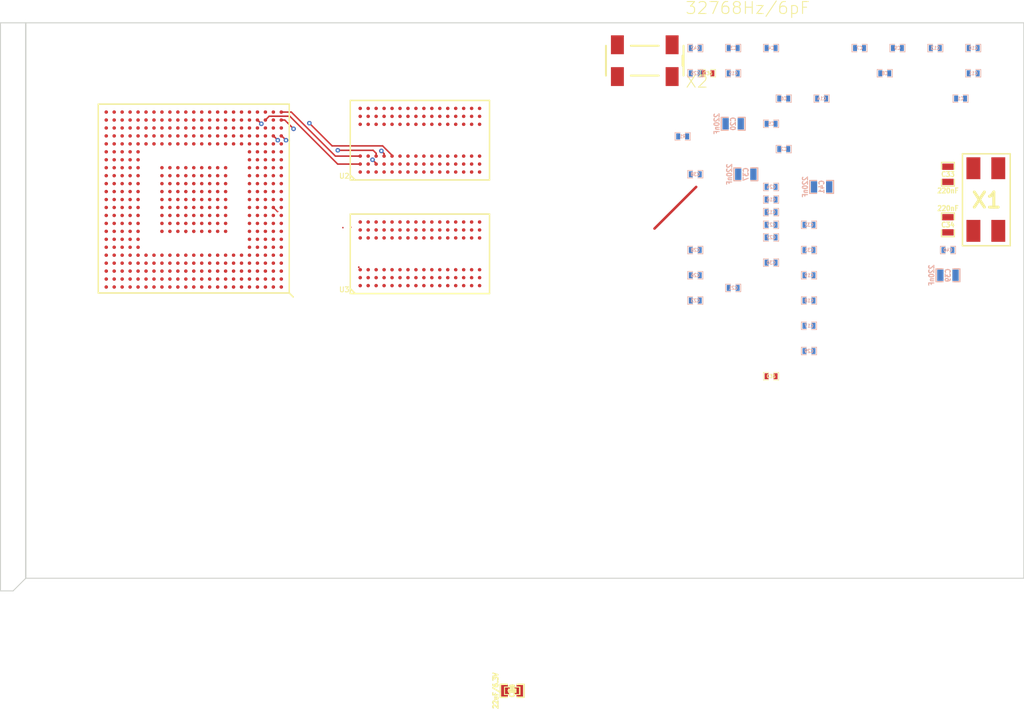
<source format=kicad_pcb>
(kicad_pcb (version 3) (host pcbnew "(2014-jan-25)-product")
  (layers (15 top power) (2 gnd mixed) (1 data signal) (0 bottom power) (18 B.Paste user) (19 F.Paste user) (20 B.SilkS user) (21 F.SilkS user) (22 B.Mask user) (23 F.Mask user) (28 Edge.Cuts user))
  (net 0 "")
  (net 1 GND)
  (net 2 +1.2V)
  (net 3 +3.3V)
  (net 4 +2.5V)
  (net 5 "Net-(U1-PadA1)")
  (net 6 "Net-(U1-PadA2)")
  (net 7 "Net-(U1-PadA3)")
  (net 8 "Net-(U1-PadA4)")
  (net 9 "Net-(U1-PadA5)")
  (net 10 "Net-(U1-PadA6)")
  (net 11 "Net-(U1-PadA7)")
  (net 12 "Net-(U1-PadA8)")
  (net 13 "Net-(U1-PadA9)")
  (net 14 "Net-(U1-PadA10)")
  (net 15 "Net-(U1-PadA11)")
  (net 16 "Net-(U1-PadA12)")
  (net 17 "Net-(U1-PadA13)")
  (net 18 "Net-(U1-PadA14)")
  (net 19 "Net-(U1-PadA15)")
  (net 20 "Net-(U1-PadA16)")
  (net 21 "Net-(U1-PadA17)")
  (net 22 "Net-(U1-PadA18)")
  (net 23 "Net-(U1-PadA19)")
  (net 24 "Net-(U1-PadA20)")
  (net 25 "Net-(U1-PadA21)")
  (net 26 "Net-(U1-PadA22)")
  (net 27 "Net-(U1-PadA23)")
  (net 28 "Net-(U1-PadB1)")
  (net 29 "Net-(U1-PadB2)")
  (net 30 "Net-(U1-PadB3)")
  (net 31 "Net-(U1-PadB4)")
  (net 32 "Net-(U1-PadB5)")
  (net 33 "Net-(U1-PadB6)")
  (net 34 "Net-(U1-PadB7)")
  (net 35 "Net-(U1-PadB8)")
  (net 36 "Net-(U1-PadB9)")
  (net 37 "Net-(U1-PadB10)")
  (net 38 "Net-(U1-PadB11)")
  (net 39 "Net-(U1-PadB12)")
  (net 40 "Net-(U1-PadB13)")
  (net 41 "Net-(U1-PadB14)")
  (net 42 "Net-(U1-PadB15)")
  (net 43 "Net-(U1-PadB16)")
  (net 44 "Net-(U1-PadB17)")
  (net 45 "Net-(U1-PadB18)")
  (net 46 "Net-(U1-PadB19)")
  (net 47 "Net-(U1-PadB20)")
  (net 48 "Net-(U1-PadB21)")
  (net 49 "Net-(U1-PadB22)")
  (net 50 "Net-(U1-PadB23)")
  (net 51 "Net-(U1-PadC1)")
  (net 52 "Net-(U1-PadC2)")
  (net 53 "Net-(U1-PadC3)")
  (net 54 "Net-(U1-PadC4)")
  (net 55 "Net-(U1-PadC5)")
  (net 56 "Net-(U1-PadC6)")
  (net 57 "Net-(U1-PadC7)")
  (net 58 "Net-(U1-PadC8)")
  (net 59 "Net-(U1-PadC9)")
  (net 60 "Net-(U1-PadC10)")
  (net 61 "Net-(U1-PadC11)")
  (net 62 "Net-(U1-PadC12)")
  (net 63 "Net-(U1-PadC13)")
  (net 64 "Net-(U1-PadC14)")
  (net 65 "Net-(U1-PadC15)")
  (net 66 "Net-(U1-PadC16)")
  (net 67 "Net-(U1-PadC17)")
  (net 68 "Net-(U1-PadC18)")
  (net 69 "Net-(U1-PadC19)")
  (net 70 "Net-(U1-PadC20)")
  (net 71 "Net-(U1-PadC21)")
  (net 72 "Net-(U1-PadC22)")
  (net 73 "Net-(U1-PadC23)")
  (net 74 "Net-(U1-PadD1)")
  (net 75 "Net-(U1-PadD2)")
  (net 76 "Net-(U1-PadD3)")
  (net 77 "Net-(U1-PadD4)")
  (net 78 "Net-(U1-PadD5)")
  (net 79 "Net-(U1-PadD6)")
  (net 80 "Net-(U1-PadD7)")
  (net 81 "Net-(U1-PadD8)")
  (net 82 "Net-(U1-PadD9)")
  (net 83 "Net-(U1-PadD10)")
  (net 84 "Net-(U1-PadD11)")
  (net 85 "Net-(U1-PadD12)")
  (net 86 "Net-(U1-PadD13)")
  (net 87 "Net-(U1-PadD14)")
  (net 88 "Net-(U1-PadD15)")
  (net 89 "Net-(U1-PadD16)")
  (net 90 "Net-(U1-PadD17)")
  (net 91 "Net-(U1-PadD18)")
  (net 92 "Net-(U1-PadD19)")
  (net 93 "Net-(U1-PadD20)")
  (net 94 "Net-(U1-PadD21)")
  (net 95 "Net-(U1-PadD22)")
  (net 96 "Net-(U1-PadD23)")
  (net 97 "Net-(U1-PadE1)")
  (net 98 "Net-(U1-PadE2)")
  (net 99 "Net-(U1-PadE3)")
  (net 100 "Net-(U1-PadE4)")
  (net 101 "Net-(U1-PadE5)")
  (net 102 "Net-(U1-PadE6)")
  (net 103 "Net-(U1-PadE7)")
  (net 104 "Net-(U1-PadE8)")
  (net 105 "Net-(U1-PadE9)")
  (net 106 "Net-(U1-PadE10)")
  (net 107 "Net-(U1-PadE11)")
  (net 108 "Net-(U1-PadE12)")
  (net 109 "Net-(U1-PadE13)")
  (net 110 "Net-(U1-PadE14)")
  (net 111 "Net-(U1-PadE15)")
  (net 112 "Net-(U1-PadE16)")
  (net 113 "Net-(U1-PadE17)")
  (net 114 "Net-(U1-PadE18)")
  (net 115 "Net-(U1-PadE19)")
  (net 116 "Net-(U1-PadE20)")
  (net 117 "Net-(U1-PadE21)")
  (net 118 "Net-(U1-PadE22)")
  (net 119 "Net-(U1-PadE23)")
  (net 120 "Net-(U1-PadF3)")
  (net 121 "Net-(U1-PadF4)")
  (net 122 "Net-(U1-PadF5)")
  (net 123 "Net-(U1-PadF19)")
  (net 124 "Net-(U1-PadF20)")
  (net 125 "Net-(U1-PadF21)")
  (net 126 "Net-(U1-PadF22)")
  (net 127 "Net-(U1-PadF23)")
  (net 128 "Net-(U1-PadG19)")
  (net 129 "Net-(U1-PadG20)")
  (net 130 "Net-(U1-PadG21)")
  (net 131 "Net-(U1-PadG22)")
  (net 132 "Net-(U1-PadG23)")
  (net 133 "Net-(U1-PadH16)")
  (net 134 "Net-(U1-PadH20)")
  (net 135 "Net-(U1-PadH21)")
  (net 136 "Net-(U1-PadH22)")
  (net 137 "Net-(U1-PadH23)")
  (net 138 "Net-(U1-PadJ3)")
  (net 139 "Net-(U1-PadJ4)")
  (net 140 "Net-(U1-PadJ20)")
  (net 141 "Net-(U1-PadJ21)")
  (net 142 "Net-(U1-PadJ22)")
  (net 143 "Net-(U1-PadJ23)")
  (net 144 "Net-(U1-PadK14)")
  (net 145 "Net-(U1-PadK16)")
  (net 146 "Net-(U1-PadK19)")
  (net 147 "Net-(U1-PadK20)")
  (net 148 "Net-(U1-PadK21)")
  (net 149 "Net-(U1-PadK22)")
  (net 150 "Net-(U1-PadK23)")
  (net 151 "Net-(U1-PadL13)")
  (net 152 "Net-(U1-PadL14)")
  (net 153 "Net-(U1-PadL15)")
  (net 154 "Net-(U1-PadL16)")
  (net 155 "Net-(U1-PadL19)")
  (net 156 "Net-(U1-PadL20)")
  (net 157 "Net-(U1-PadL21)")
  (net 158 "Net-(U1-PadL22)")
  (net 159 "Net-(U1-PadL23)")
  (net 160 "Net-(U1-PadM19)")
  (net 161 "Net-(U1-PadM20)")
  (net 162 "Net-(U1-PadM21)")
  (net 163 "Net-(U1-PadM22)")
  (net 164 "Net-(U1-PadM23)")
  (net 165 "Net-(U1-PadN8)")
  (net 166 "Net-(U1-PadN20)")
  (net 167 "Net-(U1-PadN21)")
  (net 168 "Net-(U1-PadP8)")
  (net 169 "Net-(U1-PadP13)")
  (net 170 "Net-(U1-PadP14)")
  (net 171 "Net-(U1-PadP19)")
  (net 172 "Net-(U1-PadP20)")
  (net 173 "Net-(U1-PadP21)")
  (net 174 "Net-(U1-PadP22)")
  (net 175 "Net-(U1-PadP23)")
  (net 176 "Net-(U1-PadR8)")
  (net 177 "Net-(U1-PadR13)")
  (net 178 "Net-(U1-PadR14)")
  (net 179 "Net-(U1-PadR15)")
  (net 180 "Net-(U1-PadR16)")
  (net 181 "Net-(U1-PadR19)")
  (net 182 "Net-(U1-PadR20)")
  (net 183 "Net-(U1-PadR21)")
  (net 184 "Net-(U1-PadR22)")
  (net 185 "Net-(U1-PadR23)")
  (net 186 "Net-(U1-PadT9)")
  (net 187 "Net-(U1-PadT10)")
  (net 188 "Net-(U1-PadT13)")
  (net 189 "Net-(U1-PadT14)")
  (net 190 "Net-(U1-PadT15)")
  (net 191 "Net-(U1-PadT16)")
  (net 192 "Net-(U1-PadT19)")
  (net 193 "Net-(U1-PadT20)")
  (net 194 "Net-(U1-PadT21)")
  (net 195 "Net-(U1-PadT22)")
  (net 196 "Net-(U1-PadT23)")
  (net 197 "Net-(U1-PadU19)")
  (net 198 "Net-(U1-PadU20)")
  (net 199 "Net-(U1-PadU21)")
  (net 200 "Net-(U1-PadU22)")
  (net 201 "Net-(U1-PadU23)")
  (net 202 "Net-(U1-PadV3)")
  (net 203 "Net-(U1-PadV19)")
  (net 204 "Net-(U1-PadV20)")
  (net 205 "Net-(U1-PadV21)")
  (net 206 "Net-(U1-PadV22)")
  (net 207 "Net-(U1-PadV23)")
  (net 208 "Net-(U1-PadW8)")
  (net 209 "Net-(U1-PadW15)")
  (net 210 "Net-(U1-PadW16)")
  (net 211 "Net-(U1-PadW17)")
  (net 212 "Net-(U1-PadW18)")
  (net 213 "Net-(U1-PadW19)")
  (net 214 "Net-(U1-PadW20)")
  (net 215 "Net-(U1-PadW21)")
  (net 216 "Net-(U1-PadW22)")
  (net 217 "Net-(U1-PadW23)")
  (net 218 "Net-(U1-PadY9)")
  (net 219 "Net-(U1-PadY10)")
  (net 220 "Net-(U1-PadY11)")
  (net 221 "Net-(U1-PadY12)")
  (net 222 "Net-(U1-PadY13)")
  (net 223 "Net-(U1-PadY14)")
  (net 224 "Net-(U1-PadY15)")
  (net 225 "Net-(U1-PadY16)")
  (net 226 "Net-(U1-PadY17)")
  (net 227 "Net-(U1-PadY18)")
  (net 228 "Net-(U1-PadY19)")
  (net 229 "Net-(U1-PadY20)")
  (net 230 "Net-(U1-PadY21)")
  (net 231 "Net-(U1-PadY22)")
  (net 232 "Net-(U1-PadY23)")
  (net 233 "Net-(U1-PadAA4)")
  (net 234 "Net-(U1-PadAA6)")
  (net 235 "Net-(U1-PadAA9)")
  (net 236 "Net-(U1-PadAA10)")
  (net 237 "Net-(U1-PadAA11)")
  (net 238 "Net-(U1-PadAA12)")
  (net 239 "Net-(U1-PadAA13)")
  (net 240 "Net-(U1-PadAA14)")
  (net 241 "Net-(U1-PadAA15)")
  (net 242 "Net-(U1-PadAA16)")
  (net 243 "Net-(U1-PadAA17)")
  (net 244 "Net-(U1-PadAA18)")
  (net 245 "Net-(U1-PadAA19)")
  (net 246 "Net-(U1-PadAA20)")
  (net 247 "Net-(U1-PadAA21)")
  (net 248 "Net-(U1-PadAA22)")
  (net 249 "Net-(U1-PadAA23)")
  (net 250 "Net-(U1-PadAB9)")
  (net 251 "Net-(U1-PadAB10)")
  (net 252 "Net-(U1-PadAB11)")
  (net 253 "Net-(U1-PadAB12)")
  (net 254 "Net-(U1-PadAB13)")
  (net 255 "Net-(U1-PadAB14)")
  (net 256 "Net-(U1-PadAB15)")
  (net 257 "Net-(U1-PadAB16)")
  (net 258 "Net-(U1-PadAB17)")
  (net 259 "Net-(U1-PadAB18)")
  (net 260 "Net-(U1-PadAB19)")
  (net 261 "Net-(U1-PadAB20)")
  (net 262 "Net-(U1-PadAB21)")
  (net 263 "Net-(U1-PadAB22)")
  (net 264 "Net-(U1-PadAB23)")
  (net 265 "Net-(U1-PadAC9)")
  (net 266 "Net-(U1-PadAC10)")
  (net 267 "Net-(U1-PadAC11)")
  (net 268 "Net-(U1-PadAC12)")
  (net 269 "Net-(U1-PadAC13)")
  (net 270 "Net-(U1-PadAC14)")
  (net 271 "Net-(U1-PadAC15)")
  (net 272 "Net-(U1-PadAC16)")
  (net 273 "Net-(U1-PadAC17)")
  (net 274 "Net-(U1-PadAC18)")
  (net 275 "Net-(U1-PadAC20)")
  (net 276 "Net-(U1-PadAC21)")
  (net 277 "Net-(U1-PadAC22)")
  (net 278 "Net-(U1-PadAC23)")
  (net 279 CPU-REF)
  (net 280 +1.5V)
  (net 281 +1.2V_INT)
  (net 282 DDR_VREF)
  (net 283 "Net-(C58-Pad2)")
  (net 284 "Net-(C59-Pad2)")
  (net 285 "Net-(C62-Pad2)")
  (net 286 "Net-(C63-Pad2)")
  (net 287 "Net-(C64-Pad2)")
  (net 288 "Net-(C79-Pad1)")
  (net 289 "Net-(C97-Pad1)")
  (net 290 /Sheet54FC94AD/CLK)
  (net 291 "Net-(R1-Pad2)")
  (net 292 /Sheet54FC94AD/CLKN)
  (net 293 "Net-(R2-Pad2)")
  (net 294 /Sheet54FC94AD/DDR3_ODT)
  (net 295 "Net-(R3-Pad2)")
  (net 296 "Net-(R4-Pad2)")
  (net 297 "Net-(R5-Pad2)")
  (net 298 "Net-(R11-Pad2)")
  (net 299 /Sheet54FC94AD/DDR3_RST)
  (net 300 /Sheet54FC94AD/SDQM3)
  (net 301 /Sheet54FC94AD/DQ30)
  (net 302 /Sheet54FC94AD/DQ25)
  (net 303 /Sheet54FC94AD/DQ27)
  (net 304 /Sheet54FC94AD/DQ28)
  (net 305 /Sheet54FC94AD/SDQS3_N)
  (net 306 /Sheet54FC94AD/SDQS3)
  (net 307 /Sheet54FC94AD/DQ31)
  (net 308 /Sheet54FC94AD/BA0)
  (net 309 /Sheet54FC94AD/BA2)
  (net 310 /Sheet54FC94AD/DQ24)
  (net 311 /Sheet54FC94AD/DQ26)
  (net 312 /Sheet54FC94AD/SA10)
  (net 313 /Sheet54FC94AD/BA1)
  (net 314 /Sheet54FC94AD/DQ29)
  (net 315 /Sheet54FC94AD/DQ23)
  (net 316 /Sheet54FC94AD/SA7)
  (net 317 /Sheet54FC94AD/SA3)
  (net 318 "Net-(U1-PadM13)")
  (net 319 /Sheet54FC94AD/DQ16)
  (net 320 /Sheet54FC94AD/DQ18)
  (net 321 /Sheet54FC94AD/CKE)
  (net 322 /Sheet54FC94AD/SA5)
  (net 323 /Sheet54FC94AD/DQ21)
  (net 324 /Sheet54FC94AD/SDQS2_N)
  (net 325 /Sheet54FC94AD/SA12)
  (net 326 /Sheet54FC94AD/SA9)
  (net 327 /Sheet54FC94AD/SDQS2)
  (net 328 /Sheet54FC94AD/SDQM2)
  (net 329 /Sheet54FC94AD/SA14)
  (net 330 /Sheet54FC94AD/SA1)
  (net 331 /Sheet54FC94AD/DQ22)
  (net 332 /Sheet54FC94AD/DQ17)
  (net 333 /Sheet54FC94AD/WEN)
  (net 334 /Sheet54FC94AD/RASN)
  (net 335 /Sheet54FC94AD/DQ19)
  (net 336 /Sheet54FC94AD/DQ20)
  (net 337 /Sheet54FC94AD/CASN)
  (net 338 /Sheet54FC94AD/SA2)
  (net 339 /Sheet54FC94AD/SA6)
  (net 340 /Sheet54FC94AD/SDQM1)
  (net 341 /Sheet54FC94AD/DQ14)
  (net 342 /Sheet54FC94AD/SA11)
  (net 343 /Sheet54FC94AD/SA0)
  (net 344 /Sheet54FC94AD/DQ9)
  (net 345 /Sheet54FC94AD/DQ11)
  (net 346 /Sheet54FC94AD/SA13)
  (net 347 /Sheet54FC94AD/SA4)
  (net 348 /Sheet54FC94AD/DQ12)
  (net 349 /Sheet54FC94AD/SDQS1_N)
  (net 350 /Sheet54FC94AD/SA8)
  (net 351 /Sheet54FC94AD/DQ8)
  (net 352 /Sheet54FC94AD/DQ13)
  (net 353 /Sheet54FC94AD/DQ0)
  (net 354 /Sheet54FC94AD/DQ5)
  (net 355 /Sheet54FC94AD/SDQS0)
  (net 356 /Sheet54FC94AD/DQ6)
  (net 357 /Sheet54FC94AD/DQ3)
  (net 358 /Sheet54FC94AD/DQ15)
  (net 359 /Sheet54FC94AD/DQ10)
  (net 360 /Sheet54FC94AD/DQ7)
  (net 361 /Sheet54FC94AD/DQ2)
  (net 362 /Sheet54FC94AD/SDQS0_N)
  (net 363 /Sheet54FC94AD/SDQM0)
  (net 364 /Sheet54FC94AD/DQ1)
  (net 365 /Sheet54FC94AD/DQ4)
  (net 366 /Sheet54FC94AD/SDQS1)
  (net 367 "Net-(U2-PadJ1)")
  (net 368 "Net-(U2-PadJ9)")
  (net 369 "Net-(U2-PadL1)")
  (net 370 /Sheet54FC94AD/SCS0)
  (net 371 "Net-(U2-PadL9)")
  (net 372 "Net-(U2-PadM7)")
  (net 373 "Net-(U3-PadJ1)")
  (net 374 "Net-(U3-PadJ9)")
  (net 375 "Net-(U3-PadL1)")
  (net 376 "Net-(U3-PadL9)")
  (net 377 "Net-(U3-PadM7)")
  (module SMD_Packages:SM0402_c (layer bottom) (at 185.42 83.82)
    (fp_text reference C1 (at 0 0) (layer B.SilkS) (effects (font (size 0.35052 0.3048) (thickness 0.07112)) (justify mirror)))
    (fp_text value NA hide)
    (pad 1 smd rect (at -0.44958 0) (size 0.39878 0.59944) (layers bottom B.Paste B.Mask) (net 1 GND))
    (pad 2 smd rect (at 0.44958 0) (size 0.39878 0.59944) (layers bottom B.Paste B.Mask) (net 279 CPU-REF))
  )
  (module SMD_Packages:SM0402_c (layer bottom) (at 167.64 88.9)
    (fp_text reference C2 (at 0 0) (layer B.SilkS) (effects (font (size 0.35052 0.3048) (thickness 0.07112)) (justify mirror)))
    (fp_text value 220nF hide)
    (pad 1 smd rect (at -0.44958 0) (size 0.39878 0.59944) (layers bottom B.Paste B.Mask) (net 280 +1.5V))
    (pad 2 smd rect (at 0.44958 0) (size 0.39878 0.59944) (layers bottom B.Paste B.Mask) (net 1 GND))
  )
  (module SMD_Packages:SM0402_c (layer bottom) (at 162.56 78.74)
    (fp_text reference C3 (at 0 0) (layer B.SilkS) (effects (font (size 0.35052 0.3048) (thickness 0.07112)) (justify mirror)))
    (fp_text value 220nF hide)
    (pad 1 smd rect (at -0.44958 0) (size 0.39878 0.59944) (layers bottom B.Paste B.Mask) (net 280 +1.5V))
    (pad 2 smd rect (at 0.44958 0) (size 0.39878 0.59944) (layers bottom B.Paste B.Mask) (net 1 GND))
  )
  (module SMD_Packages:SM0402_c (layer bottom) (at 166.37 78.74)
    (fp_text reference C4 (at 0 0) (layer B.SilkS) (effects (font (size 0.35052 0.3048) (thickness 0.07112)) (justify mirror)))
    (fp_text value 220nF hide)
    (pad 1 smd rect (at -0.44958 0) (size 0.39878 0.59944) (layers bottom B.Paste B.Mask) (net 280 +1.5V))
    (pad 2 smd rect (at 0.44958 0) (size 0.39878 0.59944) (layers bottom B.Paste B.Mask) (net 1 GND))
  )
  (module SMD_Packages:SM0402_c (layer bottom) (at 166.37 86.36)
    (fp_text reference C5 (at 0 0) (layer B.SilkS) (effects (font (size 0.35052 0.3048) (thickness 0.07112)) (justify mirror)))
    (fp_text value 220nF hide)
    (pad 1 smd rect (at -0.44958 0) (size 0.39878 0.59944) (layers bottom B.Paste B.Mask) (net 280 +1.5V))
    (pad 2 smd rect (at 0.44958 0) (size 0.39878 0.59944) (layers bottom B.Paste B.Mask) (net 1 GND))
  )
  (module SMD_Packages:SM0402_c (layer bottom) (at 167.64 83.82)
    (fp_text reference C6 (at 0 0) (layer B.SilkS) (effects (font (size 0.35052 0.3048) (thickness 0.07112)) (justify mirror)))
    (fp_text value 220nF hide)
    (pad 1 smd rect (at -0.44958 0) (size 0.39878 0.59944) (layers bottom B.Paste B.Mask) (net 280 +1.5V))
    (pad 2 smd rect (at 0.44958 0) (size 0.39878 0.59944) (layers bottom B.Paste B.Mask) (net 1 GND))
  )
  (module SMD_Packages:SM0402_c (layer bottom) (at 175.26 78.74)
    (fp_text reference C7 (at 0 0) (layer B.SilkS) (effects (font (size 0.35052 0.3048) (thickness 0.07112)) (justify mirror)))
    (fp_text value 220nF hide)
    (pad 1 smd rect (at -0.44958 0) (size 0.39878 0.59944) (layers bottom B.Paste B.Mask) (net 280 +1.5V))
    (pad 2 smd rect (at 0.44958 0) (size 0.39878 0.59944) (layers bottom B.Paste B.Mask) (net 1 GND))
  )
  (module SMD_Packages:SM0402_c (layer bottom) (at 177.8 81.28)
    (fp_text reference C8 (at 0 0) (layer B.SilkS) (effects (font (size 0.35052 0.3048) (thickness 0.07112)) (justify mirror)))
    (fp_text value 220nF hide)
    (pad 1 smd rect (at -0.44958 0) (size 0.39878 0.59944) (layers bottom B.Paste B.Mask) (net 280 +1.5V))
    (pad 2 smd rect (at 0.44958 0) (size 0.39878 0.59944) (layers bottom B.Paste B.Mask) (net 1 GND))
  )
  (module SMD_Packages:SM0402_c (layer bottom) (at 179.07 78.74)
    (fp_text reference C9 (at 0 0) (layer B.SilkS) (effects (font (size 0.35052 0.3048) (thickness 0.07112)) (justify mirror)))
    (fp_text value 220nF hide)
    (pad 1 smd rect (at -0.44958 0) (size 0.39878 0.59944) (layers bottom B.Paste B.Mask) (net 280 +1.5V))
    (pad 2 smd rect (at 0.44958 0) (size 0.39878 0.59944) (layers bottom B.Paste B.Mask) (net 1 GND))
  )
  (module SMD_Packages:SM0402_c (layer bottom) (at 186.69 78.74)
    (fp_text reference C10 (at 0 0) (layer B.SilkS) (effects (font (size 0.35052 0.3048) (thickness 0.07112)) (justify mirror)))
    (fp_text value 220nF hide)
    (pad 1 smd rect (at -0.44958 0) (size 0.39878 0.59944) (layers bottom B.Paste B.Mask) (net 280 +1.5V))
    (pad 2 smd rect (at 0.44958 0) (size 0.39878 0.59944) (layers bottom B.Paste B.Mask) (net 1 GND))
  )
  (module SMD_Packages:SM0402_c (layer bottom) (at 186.69 81.28)
    (fp_text reference C11 (at 0 0) (layer B.SilkS) (effects (font (size 0.35052 0.3048) (thickness 0.07112)) (justify mirror)))
    (fp_text value 220nF hide)
    (pad 1 smd rect (at -0.44958 0) (size 0.39878 0.59944) (layers bottom B.Paste B.Mask) (net 280 +1.5V))
    (pad 2 smd rect (at 0.44958 0) (size 0.39878 0.59944) (layers bottom B.Paste B.Mask) (net 1 GND))
  )
  (module SMD_Packages:SM0402_c (layer bottom) (at 166.37 95.25)
    (fp_text reference C12 (at 0 0) (layer B.SilkS) (effects (font (size 0.35052 0.3048) (thickness 0.07112)) (justify mirror)))
    (fp_text value 220nF hide)
    (pad 1 smd rect (at -0.44958 0) (size 0.39878 0.59944) (layers bottom B.Paste B.Mask) (net 281 +1.2V_INT))
    (pad 2 smd rect (at 0.44958 0) (size 0.39878 0.59944) (layers bottom B.Paste B.Mask) (net 1 GND))
  )
  (module SMD_Packages:SM0402_c (layer bottom) (at 182.88 78.74)
    (fp_text reference C13 (at 0 0) (layer B.SilkS) (effects (font (size 0.35052 0.3048) (thickness 0.07112)) (justify mirror)))
    (fp_text value 220nF hide)
    (pad 1 smd rect (at -0.44958 0) (size 0.39878 0.59944) (layers bottom B.Paste B.Mask) (net 281 +1.2V_INT))
    (pad 2 smd rect (at 0.44958 0) (size 0.39878 0.59944) (layers bottom B.Paste B.Mask) (net 1 GND))
  )
  (module SMD_Packages:SM0402_c (layer bottom) (at 171.45 83.82)
    (fp_text reference C14 (at 0 0) (layer B.SilkS) (effects (font (size 0.35052 0.3048) (thickness 0.07112)) (justify mirror)))
    (fp_text value 220nF hide)
    (pad 1 smd rect (at -0.44958 0) (size 0.39878 0.59944) (layers bottom B.Paste B.Mask) (net 281 +1.2V_INT))
    (pad 2 smd rect (at 0.44958 0) (size 0.39878 0.59944) (layers bottom B.Paste B.Mask) (net 1 GND))
  )
  (module SMD_Packages:SM0402_c (layer bottom) (at 162.56 81.28)
    (fp_text reference C15 (at 0 0) (layer B.SilkS) (effects (font (size 0.35052 0.3048) (thickness 0.07112)) (justify mirror)))
    (fp_text value 22uF/6.3V hide)
    (pad 1 smd rect (at -0.44958 0) (size 0.39878 0.59944) (layers bottom B.Paste B.Mask) (net 281 +1.2V_INT))
    (pad 2 smd rect (at 0.44958 0) (size 0.39878 0.59944) (layers bottom B.Paste B.Mask) (net 1 GND))
  )
  (module SMD_Packages:SM0402_c (layer bottom) (at 166.37 93.98)
    (fp_text reference C16 (at 0 0) (layer B.SilkS) (effects (font (size 0.35052 0.3048) (thickness 0.07112)) (justify mirror)))
    (fp_text value 220nF hide)
    (pad 1 smd rect (at -0.44958 0) (size 0.39878 0.59944) (layers bottom B.Paste B.Mask) (net 280 +1.5V))
    (pad 2 smd rect (at 0.44958 0) (size 0.39878 0.59944) (layers bottom B.Paste B.Mask) (net 1 GND))
  )
  (module SMD_Packages:SM0402_c (layer bottom) (at 170.18 106.68)
    (fp_text reference C17 (at 0 0) (layer B.SilkS) (effects (font (size 0.35052 0.3048) (thickness 0.07112)) (justify mirror)))
    (fp_text value 220nF hide)
    (pad 1 smd rect (at -0.44958 0) (size 0.39878 0.59944) (layers bottom B.Paste B.Mask) (net 280 +1.5V))
    (pad 2 smd rect (at 0.44958 0) (size 0.39878 0.59944) (layers bottom B.Paste B.Mask) (net 1 GND))
  )
  (module SMD_Packages:SM0402_c (layer bottom) (at 170.18 104.14)
    (fp_text reference C18 (at 0 0) (layer B.SilkS) (effects (font (size 0.35052 0.3048) (thickness 0.07112)) (justify mirror)))
    (fp_text value 220nF hide)
    (pad 1 smd rect (at -0.44958 0) (size 0.39878 0.59944) (layers bottom B.Paste B.Mask) (net 280 +1.5V))
    (pad 2 smd rect (at 0.44958 0) (size 0.39878 0.59944) (layers bottom B.Paste B.Mask) (net 1 GND))
  )
  (module SMD_Packages:SM0402_c (layer bottom) (at 170.18 101.6)
    (fp_text reference C19 (at 0 0) (layer B.SilkS) (effects (font (size 0.35052 0.3048) (thickness 0.07112)) (justify mirror)))
    (fp_text value 220nF hide)
    (pad 1 smd rect (at -0.44958 0) (size 0.39878 0.59944) (layers bottom B.Paste B.Mask) (net 280 +1.5V))
    (pad 2 smd rect (at 0.44958 0) (size 0.39878 0.59944) (layers bottom B.Paste B.Mask) (net 1 GND))
  )
  (module SMD_Packages:SM0603_Capa (layer bottom) (at 162.56 86.36)
    (fp_text reference C20 (at 0 0 270) (layer B.SilkS) (effects (font (size 0.508 0.4572) (thickness 0.1143)) (justify mirror)))
    (fp_text value 220nF (at -1.651 0 270) (layer B.SilkS) (effects (font (size 0.508 0.4572) (thickness 0.1143)) (justify mirror)))
    (pad 1 smd rect (at -0.762 0) (size 0.635 1.143) (layers bottom B.Paste B.Mask) (net 280 +1.5V))
    (pad 2 smd rect (at 0.762 0) (size 0.635 1.143) (layers bottom B.Paste B.Mask) (net 1 GND))
  )
  (module SMD_Packages:SM0402_c (layer bottom) (at 162.56 102.87)
    (fp_text reference C21 (at 0 0) (layer B.SilkS) (effects (font (size 0.35052 0.3048) (thickness 0.07112)) (justify mirror)))
    (fp_text value 220nF hide)
    (pad 1 smd rect (at -0.44958 0) (size 0.39878 0.59944) (layers bottom B.Paste B.Mask) (net 280 +1.5V))
    (pad 2 smd rect (at 0.44958 0) (size 0.39878 0.59944) (layers bottom B.Paste B.Mask) (net 1 GND))
  )
  (module SMD_Packages:SM0402_c (layer bottom) (at 166.37 97.79)
    (fp_text reference C22 (at 0 0) (layer B.SilkS) (effects (font (size 0.35052 0.3048) (thickness 0.07112)) (justify mirror)))
    (fp_text value 220nF hide)
    (pad 1 smd rect (at -0.44958 0) (size 0.39878 0.59944) (layers bottom B.Paste B.Mask) (net 280 +1.5V))
    (pad 2 smd rect (at 0.44958 0) (size 0.39878 0.59944) (layers bottom B.Paste B.Mask) (net 1 GND))
  )
  (module SMD_Packages:SM0402_c (layer bottom) (at 158.75 104.14)
    (fp_text reference C23 (at 0 0) (layer B.SilkS) (effects (font (size 0.35052 0.3048) (thickness 0.07112)) (justify mirror)))
    (fp_text value 220nF hide)
    (pad 1 smd rect (at -0.44958 0) (size 0.39878 0.59944) (layers bottom B.Paste B.Mask) (net 280 +1.5V))
    (pad 2 smd rect (at 0.44958 0) (size 0.39878 0.59944) (layers bottom B.Paste B.Mask) (net 1 GND))
  )
  (module SMD_Packages:SM0402_c (layer bottom) (at 166.37 92.71)
    (fp_text reference C24 (at 0 0) (layer B.SilkS) (effects (font (size 0.35052 0.3048) (thickness 0.07112)) (justify mirror)))
    (fp_text value 220nF hide)
    (pad 1 smd rect (at -0.44958 0) (size 0.39878 0.59944) (layers bottom B.Paste B.Mask) (net 280 +1.5V))
    (pad 2 smd rect (at 0.44958 0) (size 0.39878 0.59944) (layers bottom B.Paste B.Mask) (net 1 GND))
  )
  (module SMD_Packages:SM0402_c (layer bottom) (at 158.75 81.28)
    (fp_text reference C25 (at 0 0) (layer B.SilkS) (effects (font (size 0.35052 0.3048) (thickness 0.07112)) (justify mirror)))
    (fp_text value 220nF hide)
    (pad 1 smd rect (at -0.44958 0) (size 0.39878 0.59944) (layers bottom B.Paste B.Mask) (net 280 +1.5V))
    (pad 2 smd rect (at 0.44958 0) (size 0.39878 0.59944) (layers bottom B.Paste B.Mask) (net 1 GND))
  )
  (module SMD_Packages:SM0402_c (layer bottom) (at 158.75 101.6)
    (fp_text reference C26 (at 0 0) (layer B.SilkS) (effects (font (size 0.35052 0.3048) (thickness 0.07112)) (justify mirror)))
    (fp_text value 220nF hide)
    (pad 1 smd rect (at -0.44958 0) (size 0.39878 0.59944) (layers bottom B.Paste B.Mask) (net 280 +1.5V))
    (pad 2 smd rect (at 0.44958 0) (size 0.39878 0.59944) (layers bottom B.Paste B.Mask) (net 1 GND))
  )
  (module SMD_Packages:SM0402_c (layer bottom) (at 166.37 96.52)
    (fp_text reference C27 (at 0 0) (layer B.SilkS) (effects (font (size 0.35052 0.3048) (thickness 0.07112)) (justify mirror)))
    (fp_text value 220nF hide)
    (pad 1 smd rect (at -0.44958 0) (size 0.39878 0.59944) (layers bottom B.Paste B.Mask) (net 280 +1.5V))
    (pad 2 smd rect (at 0.44958 0) (size 0.39878 0.59944) (layers bottom B.Paste B.Mask) (net 1 GND))
  )
  (module SMD_Packages:SM0402_c (layer bottom) (at 158.75 99.06)
    (fp_text reference C28 (at 0 0) (layer B.SilkS) (effects (font (size 0.35052 0.3048) (thickness 0.07112)) (justify mirror)))
    (fp_text value 220nF hide)
    (pad 1 smd rect (at -0.44958 0) (size 0.39878 0.59944) (layers bottom B.Paste B.Mask) (net 280 +1.5V))
    (pad 2 smd rect (at 0.44958 0) (size 0.39878 0.59944) (layers bottom B.Paste B.Mask) (net 1 GND))
  )
  (module SMD_Packages:SM0402_c (layer bottom) (at 170.18 109.22)
    (fp_text reference C29 (at 0 0) (layer B.SilkS) (effects (font (size 0.35052 0.3048) (thickness 0.07112)) (justify mirror)))
    (fp_text value 220nF hide)
    (pad 1 smd rect (at -0.44958 0) (size 0.39878 0.59944) (layers bottom B.Paste B.Mask) (net 280 +1.5V))
    (pad 2 smd rect (at 0.44958 0) (size 0.39878 0.59944) (layers bottom B.Paste B.Mask) (net 1 GND))
  )
  (module SMD_Packages:SM0402_c (layer bottom) (at 166.37 100.33)
    (fp_text reference C30 (at 0 0) (layer B.SilkS) (effects (font (size 0.35052 0.3048) (thickness 0.07112)) (justify mirror)))
    (fp_text value 220nF hide)
    (pad 1 smd rect (at -0.44958 0) (size 0.39878 0.59944) (layers bottom B.Paste B.Mask) (net 280 +1.5V))
    (pad 2 smd rect (at 0.44958 0) (size 0.39878 0.59944) (layers bottom B.Paste B.Mask) (net 1 GND))
  )
  (module SMD_Packages:SM0402_c (layer bottom) (at 170.18 99.06)
    (fp_text reference C31 (at 0 0) (layer B.SilkS) (effects (font (size 0.35052 0.3048) (thickness 0.07112)) (justify mirror)))
    (fp_text value 220nF hide)
    (pad 1 smd rect (at -0.44958 0) (size 0.39878 0.59944) (layers bottom B.Paste B.Mask) (net 280 +1.5V))
    (pad 2 smd rect (at 0.44958 0) (size 0.39878 0.59944) (layers bottom B.Paste B.Mask) (net 1 GND))
  )
  (module SMD_Packages:SM0402_c (layer bottom) (at 170.18 96.52)
    (fp_text reference C32 (at 0 0) (layer B.SilkS) (effects (font (size 0.35052 0.3048) (thickness 0.07112)) (justify mirror)))
    (fp_text value 220nF hide)
    (pad 1 smd rect (at -0.44958 0) (size 0.39878 0.59944) (layers bottom B.Paste B.Mask) (net 280 +1.5V))
    (pad 2 smd rect (at 0.44958 0) (size 0.39878 0.59944) (layers bottom B.Paste B.Mask) (net 1 GND))
  )
  (module SMD_Packages:SM0603_Capa (layer top) (at 184.15 91.44 90)
    (fp_text reference C33 (at 0 0 180) (layer F.SilkS) (effects (font (size 0.508 0.4572) (thickness 0.1143))))
    (fp_text value 220nF (at -1.651 0 180) (layer F.SilkS) (effects (font (size 0.508 0.4572) (thickness 0.1143))))
    (pad 1 smd rect (at -0.762 0 90) (size 0.635 1.143) (layers top F.Paste F.Mask) (net 280 +1.5V))
    (pad 2 smd rect (at 0.762 0 90) (size 0.635 1.143) (layers top F.Paste F.Mask) (net 1 GND))
  )
  (module SMD_Packages:SM0603_Capa (layer top) (at 184.15 96.52 270)
    (fp_text reference C34 (at 0 0 360) (layer F.SilkS) (effects (font (size 0.508 0.4572) (thickness 0.1143))))
    (fp_text value 220nF (at -1.651 0 360) (layer F.SilkS) (effects (font (size 0.508 0.4572) (thickness 0.1143))))
    (pad 1 smd rect (at -0.762 0 270) (size 0.635 1.143) (layers top F.Paste F.Mask) (net 280 +1.5V))
    (pad 2 smd rect (at 0.762 0 270) (size 0.635 1.143) (layers top F.Paste F.Mask) (net 282 DDR_VREF))
  )
  (module SMD_Packages:SM0402_c (layer top) (at 166.37 111.76)
    (fp_text reference C35 (at 0 0) (layer F.SilkS) (effects (font (size 0.35052 0.3048) (thickness 0.07112))))
    (fp_text value 22OnF hide)
    (pad 1 smd rect (at -0.44958 0) (size 0.39878 0.59944) (layers top F.Paste F.Mask) (net 282 DDR_VREF))
    (pad 2 smd rect (at 0.44958 0) (size 0.39878 0.59944) (layers top F.Paste F.Mask) (net 1 GND))
  )
  (module SMD_Packages:SM0402_c (layer top) (at 160.02 81.28)
    (fp_text reference C36 (at 0 0) (layer F.SilkS) (effects (font (size 0.35052 0.3048) (thickness 0.07112))))
    (fp_text value 220nF hide)
    (pad 1 smd rect (at -0.44958 0) (size 0.39878 0.59944) (layers top F.Paste F.Mask) (net 280 +1.5V))
    (pad 2 smd rect (at 0.44958 0) (size 0.39878 0.59944) (layers top F.Paste F.Mask) (net 1 GND))
  )
  (module SMD_Packages:SM0603_Capa (layer bottom) (at 163.83 91.44)
    (fp_text reference C37 (at 0 0 270) (layer B.SilkS) (effects (font (size 0.508 0.4572) (thickness 0.1143)) (justify mirror)))
    (fp_text value 220nF (at -1.651 0 270) (layer B.SilkS) (effects (font (size 0.508 0.4572) (thickness 0.1143)) (justify mirror)))
    (pad 1 smd rect (at -0.762 0) (size 0.635 1.143) (layers bottom B.Paste B.Mask) (net 280 +1.5V))
    (pad 2 smd rect (at 0.762 0) (size 0.635 1.143) (layers bottom B.Paste B.Mask) (net 1 GND))
  )
  (module SMD_Packages:SM0402_c (layer bottom) (at 158.75 91.44)
    (fp_text reference C38 (at 0 0) (layer B.SilkS) (effects (font (size 0.35052 0.3048) (thickness 0.07112)) (justify mirror)))
    (fp_text value 220nF hide)
    (pad 1 smd rect (at -0.44958 0) (size 0.39878 0.59944) (layers bottom B.Paste B.Mask) (net 280 +1.5V))
    (pad 2 smd rect (at 0.44958 0) (size 0.39878 0.59944) (layers bottom B.Paste B.Mask) (net 1 GND))
  )
  (module SMD_Packages:SM0603_Capa (layer bottom) (at 184.15 101.6)
    (fp_text reference C39 (at 0 0 270) (layer B.SilkS) (effects (font (size 0.508 0.4572) (thickness 0.1143)) (justify mirror)))
    (fp_text value 220nF (at -1.651 0 270) (layer B.SilkS) (effects (font (size 0.508 0.4572) (thickness 0.1143)) (justify mirror)))
    (pad 1 smd rect (at -0.762 0) (size 0.635 1.143) (layers bottom B.Paste B.Mask) (net 280 +1.5V))
    (pad 2 smd rect (at 0.762 0) (size 0.635 1.143) (layers bottom B.Paste B.Mask) (net 1 GND))
  )
  (module SMD_Packages:SM0402_c (layer bottom) (at 184.15 99.06)
    (fp_text reference C40 (at 0 0) (layer B.SilkS) (effects (font (size 0.35052 0.3048) (thickness 0.07112)) (justify mirror)))
    (fp_text value 220nF hide)
    (pad 1 smd rect (at -0.44958 0) (size 0.39878 0.59944) (layers bottom B.Paste B.Mask) (net 280 +1.5V))
    (pad 2 smd rect (at 0.44958 0) (size 0.39878 0.59944) (layers bottom B.Paste B.Mask) (net 1 GND))
  )
  (module SMD_Packages:SM0603_Capa (layer bottom) (at 171.45 92.71)
    (fp_text reference C41 (at 0 0 270) (layer B.SilkS) (effects (font (size 0.508 0.4572) (thickness 0.1143)) (justify mirror)))
    (fp_text value 220nF (at -1.651 0 270) (layer B.SilkS) (effects (font (size 0.508 0.4572) (thickness 0.1143)) (justify mirror)))
    (pad 1 smd rect (at -0.762 0) (size 0.635 1.143) (layers bottom B.Paste B.Mask) (net 280 +1.5V))
    (pad 2 smd rect (at 0.762 0) (size 0.635 1.143) (layers bottom B.Paste B.Mask) (net 1 GND))
  )
  (module SMD_Packages:SM0402_c (layer bottom) (at 158.75 78.74)
    (fp_text reference C42 (at 0 0) (layer B.SilkS) (effects (font (size 0.35052 0.3048) (thickness 0.07112)) (justify mirror)))
    (fp_text value 220nF hide)
    (pad 1 smd rect (at -0.44958 0) (size 0.39878 0.59944) (layers bottom B.Paste B.Mask) (net 280 +1.5V))
    (pad 2 smd rect (at 0.44958 0) (size 0.39878 0.59944) (layers bottom B.Paste B.Mask) (net 1 GND))
  )
  (module SMD_Packages:SM0402_r (layer bottom) (at 157.48 87.63)
    (fp_text reference R1 (at 0 0) (layer B.SilkS) (effects (font (size 0.35052 0.3048) (thickness 0.07112)) (justify mirror)))
    (fp_text value 22R hide)
    (pad 1 smd rect (at -0.44958 0) (size 0.39878 0.59944) (layers bottom B.Paste B.Mask) (net 290 /Sheet54FC94AD/CLK))
    (pad 2 smd rect (at 0.44958 0) (size 0.39878 0.59944) (layers bottom B.Paste B.Mask) (net 291 "Net-(R1-Pad2)"))
  )
  (module esbc-modules2:TFBGA441-new (layer top) (at 108.331 93.98 180)
    (fp_text reference U1 (at 0 0 180) (layer F.SilkS) (effects (font (size 0.0004 0.0004) (thickness 0.00012))))
    (fp_text value ALLWINNERA10/TFBGA441 (at 0 0 180) (layer F.SilkS) (effects (font (size 0.0004 0.0004) (thickness 0.00012))))
    (pad A1 smd circle (at -8.8 -8.8 180) (size 0.35 0.35) (layers top F.Paste F.Mask) (net 5 "Net-(U1-PadA1)"))
    (pad A2 smd circle (at -8 -8.8 180) (size 0.35 0.35) (layers top F.Paste F.Mask) (net 6 "Net-(U1-PadA2)"))
    (pad A3 smd circle (at -7.2 -8.8 180) (size 0.35 0.35) (layers top F.Paste F.Mask) (net 7 "Net-(U1-PadA3)"))
    (pad A4 smd circle (at -6.4 -8.8 180) (size 0.35 0.35) (layers top F.Paste F.Mask) (net 8 "Net-(U1-PadA4)"))
    (pad A5 smd circle (at -5.6 -8.8 180) (size 0.35 0.35) (layers top F.Paste F.Mask) (net 9 "Net-(U1-PadA5)"))
    (pad A6 smd circle (at -4.8 -8.8 180) (size 0.35 0.35) (layers top F.Paste F.Mask) (net 10 "Net-(U1-PadA6)"))
    (pad A7 smd circle (at -4 -8.8 180) (size 0.35 0.35) (layers top F.Paste F.Mask) (net 11 "Net-(U1-PadA7)"))
    (pad A8 smd circle (at -3.2 -8.8 180) (size 0.35 0.35) (layers top F.Paste F.Mask) (net 12 "Net-(U1-PadA8)"))
    (pad A9 smd circle (at -2.4 -8.8 180) (size 0.35 0.35) (layers top F.Paste F.Mask) (net 13 "Net-(U1-PadA9)"))
    (pad A10 smd circle (at -1.6 -8.8 180) (size 0.35 0.35) (layers top F.Paste F.Mask) (net 14 "Net-(U1-PadA10)"))
    (pad A11 smd circle (at -0.8 -8.8 180) (size 0.35 0.35) (layers top F.Paste F.Mask) (net 15 "Net-(U1-PadA11)"))
    (pad A12 smd circle (at 0 -8.8 180) (size 0.35 0.35) (layers top F.Paste F.Mask) (net 16 "Net-(U1-PadA12)"))
    (pad A13 smd circle (at 0.8 -8.8 180) (size 0.35 0.35) (layers top F.Paste F.Mask) (net 17 "Net-(U1-PadA13)"))
    (pad A14 smd circle (at 1.6 -8.8 180) (size 0.35 0.35) (layers top F.Paste F.Mask) (net 18 "Net-(U1-PadA14)"))
    (pad A15 smd circle (at 2.4 -8.8 180) (size 0.35 0.35) (layers top F.Paste F.Mask) (net 19 "Net-(U1-PadA15)"))
    (pad A16 smd circle (at 3.2 -8.8 180) (size 0.35 0.35) (layers top F.Paste F.Mask) (net 20 "Net-(U1-PadA16)"))
    (pad A17 smd circle (at 4 -8.8 180) (size 0.35 0.35) (layers top F.Paste F.Mask) (net 21 "Net-(U1-PadA17)"))
    (pad A18 smd circle (at 4.8 -8.8 180) (size 0.35 0.35) (layers top F.Paste F.Mask) (net 22 "Net-(U1-PadA18)"))
    (pad A19 smd circle (at 5.6 -8.8 180) (size 0.35 0.35) (layers top F.Paste F.Mask) (net 23 "Net-(U1-PadA19)"))
    (pad A20 smd circle (at 6.4 -8.8 180) (size 0.35 0.35) (layers top F.Paste F.Mask) (net 24 "Net-(U1-PadA20)"))
    (pad A21 smd circle (at 7.2 -8.8 180) (size 0.35 0.35) (layers top F.Paste F.Mask) (net 25 "Net-(U1-PadA21)"))
    (pad A22 smd circle (at 8 -8.8 180) (size 0.35 0.35) (layers top F.Paste F.Mask) (net 26 "Net-(U1-PadA22)"))
    (pad A23 smd circle (at 8.8 -8.8 180) (size 0.35 0.35) (layers top F.Paste F.Mask) (net 27 "Net-(U1-PadA23)"))
    (pad B1 smd circle (at -8.8 -8 180) (size 0.35 0.35) (layers top F.Paste F.Mask) (net 28 "Net-(U1-PadB1)"))
    (pad B2 smd circle (at -8 -8 180) (size 0.35 0.35) (layers top F.Paste F.Mask) (net 29 "Net-(U1-PadB2)"))
    (pad B3 smd circle (at -7.2 -8 180) (size 0.35 0.35) (layers top F.Paste F.Mask) (net 30 "Net-(U1-PadB3)"))
    (pad B4 smd circle (at -6.4 -8 180) (size 0.35 0.35) (layers top F.Paste F.Mask) (net 31 "Net-(U1-PadB4)"))
    (pad B5 smd circle (at -5.6 -8 180) (size 0.35 0.35) (layers top F.Paste F.Mask) (net 32 "Net-(U1-PadB5)"))
    (pad B6 smd circle (at -4.8 -8 180) (size 0.35 0.35) (layers top F.Paste F.Mask) (net 33 "Net-(U1-PadB6)"))
    (pad B7 smd circle (at -4 -8 180) (size 0.35 0.35) (layers top F.Paste F.Mask) (net 34 "Net-(U1-PadB7)"))
    (pad B8 smd circle (at -3.2 -8 180) (size 0.35 0.35) (layers top F.Paste F.Mask) (net 35 "Net-(U1-PadB8)"))
    (pad B9 smd circle (at -2.4 -8 180) (size 0.35 0.35) (layers top F.Paste F.Mask) (net 36 "Net-(U1-PadB9)"))
    (pad B10 smd circle (at -1.6 -8 180) (size 0.35 0.35) (layers top F.Paste F.Mask) (net 37 "Net-(U1-PadB10)"))
    (pad B11 smd circle (at -0.8 -8 180) (size 0.35 0.35) (layers top F.Paste F.Mask) (net 38 "Net-(U1-PadB11)"))
    (pad B12 smd circle (at 0 -8 180) (size 0.35 0.35) (layers top F.Paste F.Mask) (net 39 "Net-(U1-PadB12)"))
    (pad B13 smd circle (at 0.8 -8 180) (size 0.35 0.35) (layers top F.Paste F.Mask) (net 40 "Net-(U1-PadB13)"))
    (pad B14 smd circle (at 1.6 -8 180) (size 0.35 0.35) (layers top F.Paste F.Mask) (net 41 "Net-(U1-PadB14)"))
    (pad B15 smd circle (at 2.4 -8 180) (size 0.35 0.35) (layers top F.Paste F.Mask) (net 42 "Net-(U1-PadB15)"))
    (pad B16 smd circle (at 3.2 -8 180) (size 0.35 0.35) (layers top F.Paste F.Mask) (net 43 "Net-(U1-PadB16)"))
    (pad B17 smd circle (at 4 -8 180) (size 0.35 0.35) (layers top F.Paste F.Mask) (net 44 "Net-(U1-PadB17)"))
    (pad B18 smd circle (at 4.8 -8 180) (size 0.35 0.35) (layers top F.Paste F.Mask) (net 45 "Net-(U1-PadB18)"))
    (pad B19 smd circle (at 5.6 -8 180) (size 0.35 0.35) (layers top F.Paste F.Mask) (net 46 "Net-(U1-PadB19)"))
    (pad B20 smd circle (at 6.4 -8 180) (size 0.35 0.35) (layers top F.Paste F.Mask) (net 47 "Net-(U1-PadB20)"))
    (pad B21 smd circle (at 7.2 -8 180) (size 0.35 0.35) (layers top F.Paste F.Mask) (net 48 "Net-(U1-PadB21)"))
    (pad B22 smd circle (at 8 -8 180) (size 0.35 0.35) (layers top F.Paste F.Mask) (net 49 "Net-(U1-PadB22)"))
    (pad B23 smd circle (at 8.8 -8 180) (size 0.35 0.35) (layers top F.Paste F.Mask) (net 50 "Net-(U1-PadB23)"))
    (pad C1 smd circle (at -8.8 -7.2 180) (size 0.35 0.35) (layers top F.Paste F.Mask) (net 51 "Net-(U1-PadC1)"))
    (pad C2 smd circle (at -8 -7.2 180) (size 0.35 0.35) (layers top F.Paste F.Mask) (net 52 "Net-(U1-PadC2)"))
    (pad C3 smd circle (at -7.2 -7.2 180) (size 0.35 0.35) (layers top F.Paste F.Mask) (net 53 "Net-(U1-PadC3)"))
    (pad C4 smd circle (at -6.4 -7.2 180) (size 0.35 0.35) (layers top F.Paste F.Mask) (net 54 "Net-(U1-PadC4)"))
    (pad C5 smd circle (at -5.6 -7.2 180) (size 0.35 0.35) (layers top F.Paste F.Mask) (net 55 "Net-(U1-PadC5)"))
    (pad C6 smd circle (at -4.8 -7.2 180) (size 0.35 0.35) (layers top F.Paste F.Mask) (net 56 "Net-(U1-PadC6)"))
    (pad C7 smd circle (at -4 -7.2 180) (size 0.35 0.35) (layers top F.Paste F.Mask) (net 57 "Net-(U1-PadC7)"))
    (pad C8 smd circle (at -3.2 -7.2 180) (size 0.35 0.35) (layers top F.Paste F.Mask) (net 58 "Net-(U1-PadC8)"))
    (pad C9 smd circle (at -2.4 -7.2 180) (size 0.35 0.35) (layers top F.Paste F.Mask) (net 59 "Net-(U1-PadC9)"))
    (pad C10 smd circle (at -1.6 -7.2 180) (size 0.35 0.35) (layers top F.Paste F.Mask) (net 60 "Net-(U1-PadC10)"))
    (pad C11 smd circle (at -0.8 -7.2 180) (size 0.35 0.35) (layers top F.Paste F.Mask) (net 61 "Net-(U1-PadC11)"))
    (pad C12 smd circle (at 0 -7.2 180) (size 0.35 0.35) (layers top F.Paste F.Mask) (net 62 "Net-(U1-PadC12)"))
    (pad C13 smd circle (at 0.8 -7.2 180) (size 0.35 0.35) (layers top F.Paste F.Mask) (net 63 "Net-(U1-PadC13)"))
    (pad C14 smd circle (at 1.6 -7.2 180) (size 0.35 0.35) (layers top F.Paste F.Mask) (net 64 "Net-(U1-PadC14)"))
    (pad C15 smd circle (at 2.4 -7.2 180) (size 0.35 0.35) (layers top F.Paste F.Mask) (net 65 "Net-(U1-PadC15)"))
    (pad C16 smd circle (at 3.2 -7.2 180) (size 0.35 0.35) (layers top F.Paste F.Mask) (net 66 "Net-(U1-PadC16)"))
    (pad C17 smd circle (at 4 -7.2 180) (size 0.35 0.35) (layers top F.Paste F.Mask) (net 67 "Net-(U1-PadC17)"))
    (pad C18 smd circle (at 4.8 -7.2 180) (size 0.35 0.35) (layers top F.Paste F.Mask) (net 68 "Net-(U1-PadC18)"))
    (pad C19 smd circle (at 5.6 -7.2 180) (size 0.35 0.35) (layers top F.Paste F.Mask) (net 69 "Net-(U1-PadC19)"))
    (pad C20 smd circle (at 6.4 -7.2 180) (size 0.35 0.35) (layers top F.Paste F.Mask) (net 70 "Net-(U1-PadC20)"))
    (pad C21 smd circle (at 7.2 -7.2 180) (size 0.35 0.35) (layers top F.Paste F.Mask) (net 71 "Net-(U1-PadC21)"))
    (pad C22 smd circle (at 8 -7.2 180) (size 0.35 0.35) (layers top F.Paste F.Mask) (net 72 "Net-(U1-PadC22)"))
    (pad C23 smd circle (at 8.8 -7.2 180) (size 0.35 0.35) (layers top F.Paste F.Mask) (net 73 "Net-(U1-PadC23)"))
    (pad D1 smd circle (at -8.8 -6.4 180) (size 0.35 0.35) (layers top F.Paste F.Mask) (net 74 "Net-(U1-PadD1)"))
    (pad D2 smd circle (at -8 -6.4 180) (size 0.35 0.35) (layers top F.Paste F.Mask) (net 75 "Net-(U1-PadD2)"))
    (pad D3 smd circle (at -7.2 -6.4 180) (size 0.35 0.35) (layers top F.Paste F.Mask) (net 76 "Net-(U1-PadD3)"))
    (pad D4 smd circle (at -6.4 -6.4 180) (size 0.35 0.35) (layers top F.Paste F.Mask) (net 77 "Net-(U1-PadD4)"))
    (pad D5 smd circle (at -5.6 -6.4 180) (size 0.35 0.35) (layers top F.Paste F.Mask) (net 78 "Net-(U1-PadD5)"))
    (pad D6 smd circle (at -4.8 -6.4 180) (size 0.35 0.35) (layers top F.Paste F.Mask) (net 79 "Net-(U1-PadD6)"))
    (pad D7 smd circle (at -4 -6.4 180) (size 0.35 0.35) (layers top F.Paste F.Mask) (net 80 "Net-(U1-PadD7)"))
    (pad D8 smd circle (at -3.2 -6.4 180) (size 0.35 0.35) (layers top F.Paste F.Mask) (net 81 "Net-(U1-PadD8)"))
    (pad D9 smd circle (at -2.4 -6.4 180) (size 0.35 0.35) (layers top F.Paste F.Mask) (net 82 "Net-(U1-PadD9)"))
    (pad D10 smd circle (at -1.6 -6.4 180) (size 0.35 0.35) (layers top F.Paste F.Mask) (net 83 "Net-(U1-PadD10)"))
    (pad D11 smd circle (at -0.8 -6.4 180) (size 0.35 0.35) (layers top F.Paste F.Mask) (net 84 "Net-(U1-PadD11)"))
    (pad D12 smd circle (at 0 -6.4 180) (size 0.35 0.35) (layers top F.Paste F.Mask) (net 85 "Net-(U1-PadD12)"))
    (pad D13 smd circle (at 0.8 -6.4 180) (size 0.35 0.35) (layers top F.Paste F.Mask) (net 86 "Net-(U1-PadD13)"))
    (pad D14 smd circle (at 1.6 -6.4 180) (size 0.35 0.35) (layers top F.Paste F.Mask) (net 87 "Net-(U1-PadD14)"))
    (pad D15 smd circle (at 2.4 -6.4 180) (size 0.35 0.35) (layers top F.Paste F.Mask) (net 88 "Net-(U1-PadD15)"))
    (pad D16 smd circle (at 3.2 -6.4 180) (size 0.35 0.35) (layers top F.Paste F.Mask) (net 89 "Net-(U1-PadD16)"))
    (pad D17 smd circle (at 4 -6.4 180) (size 0.35 0.35) (layers top F.Paste F.Mask) (net 90 "Net-(U1-PadD17)"))
    (pad D18 smd circle (at 4.8 -6.4 180) (size 0.35 0.35) (layers top F.Paste F.Mask) (net 91 "Net-(U1-PadD18)"))
    (pad D19 smd circle (at 5.6 -6.4 180) (size 0.35 0.35) (layers top F.Paste F.Mask) (net 92 "Net-(U1-PadD19)"))
    (pad D20 smd circle (at 6.4 -6.4 180) (size 0.35 0.35) (layers top F.Paste F.Mask) (net 93 "Net-(U1-PadD20)"))
    (pad D21 smd circle (at 7.2 -6.4 180) (size 0.35 0.35) (layers top F.Paste F.Mask) (net 94 "Net-(U1-PadD21)"))
    (pad D22 smd circle (at 8 -6.4 180) (size 0.35 0.35) (layers top F.Paste F.Mask) (net 95 "Net-(U1-PadD22)"))
    (pad D23 smd circle (at 8.8 -6.4 180) (size 0.35 0.35) (layers top F.Paste F.Mask) (net 96 "Net-(U1-PadD23)"))
    (pad E1 smd circle (at -8.8 -5.6 180) (size 0.35 0.35) (layers top F.Paste F.Mask) (net 97 "Net-(U1-PadE1)"))
    (pad E2 smd circle (at -8 -5.6 180) (size 0.35 0.35) (layers top F.Paste F.Mask) (net 98 "Net-(U1-PadE2)"))
    (pad E3 smd circle (at -7.2 -5.6 180) (size 0.35 0.35) (layers top F.Paste F.Mask) (net 99 "Net-(U1-PadE3)"))
    (pad E4 smd circle (at -6.4 -5.6 180) (size 0.35 0.35) (layers top F.Paste F.Mask) (net 100 "Net-(U1-PadE4)"))
    (pad E5 smd circle (at -5.6 -5.6 180) (size 0.35 0.35) (layers top F.Paste F.Mask) (net 101 "Net-(U1-PadE5)"))
    (pad E6 smd circle (at -4.8 -5.6 180) (size 0.35 0.35) (layers top F.Paste F.Mask) (net 102 "Net-(U1-PadE6)"))
    (pad E7 smd circle (at -4 -5.6 180) (size 0.35 0.35) (layers top F.Paste F.Mask) (net 103 "Net-(U1-PadE7)"))
    (pad E8 smd circle (at -3.2 -5.6 180) (size 0.35 0.35) (layers top F.Paste F.Mask) (net 104 "Net-(U1-PadE8)"))
    (pad E9 smd circle (at -2.4 -5.6 180) (size 0.35 0.35) (layers top F.Paste F.Mask) (net 105 "Net-(U1-PadE9)"))
    (pad E10 smd circle (at -1.6 -5.6 180) (size 0.35 0.35) (layers top F.Paste F.Mask) (net 106 "Net-(U1-PadE10)"))
    (pad E11 smd circle (at -0.8 -5.6 180) (size 0.35 0.35) (layers top F.Paste F.Mask) (net 107 "Net-(U1-PadE11)"))
    (pad E12 smd circle (at 0 -5.6 180) (size 0.35 0.35) (layers top F.Paste F.Mask) (net 108 "Net-(U1-PadE12)"))
    (pad E13 smd circle (at 0.8 -5.6 180) (size 0.35 0.35) (layers top F.Paste F.Mask) (net 109 "Net-(U1-PadE13)"))
    (pad E14 smd circle (at 1.6 -5.6 180) (size 0.35 0.35) (layers top F.Paste F.Mask) (net 110 "Net-(U1-PadE14)"))
    (pad E15 smd circle (at 2.4 -5.6 180) (size 0.35 0.35) (layers top F.Paste F.Mask) (net 111 "Net-(U1-PadE15)"))
    (pad E16 smd circle (at 3.2 -5.6 180) (size 0.35 0.35) (layers top F.Paste F.Mask) (net 112 "Net-(U1-PadE16)"))
    (pad E17 smd circle (at 4 -5.6 180) (size 0.35 0.35) (layers top F.Paste F.Mask) (net 113 "Net-(U1-PadE17)"))
    (pad E18 smd circle (at 4.8 -5.6 180) (size 0.35 0.35) (layers top F.Paste F.Mask) (net 114 "Net-(U1-PadE18)"))
    (pad E19 smd circle (at 5.6 -5.6 180) (size 0.35 0.35) (layers top F.Paste F.Mask) (net 115 "Net-(U1-PadE19)"))
    (pad E20 smd circle (at 6.4 -5.6 180) (size 0.35 0.35) (layers top F.Paste F.Mask) (net 116 "Net-(U1-PadE20)"))
    (pad E21 smd circle (at 7.2 -5.6 180) (size 0.35 0.35) (layers top F.Paste F.Mask) (net 117 "Net-(U1-PadE21)"))
    (pad E22 smd circle (at 8 -5.6 180) (size 0.35 0.35) (layers top F.Paste F.Mask) (net 118 "Net-(U1-PadE22)"))
    (pad E23 smd circle (at 8.8 -5.6 180) (size 0.35 0.35) (layers top F.Paste F.Mask) (net 119 "Net-(U1-PadE23)"))
    (pad F1 smd circle (at -8.8 -4.8 180) (size 0.35 0.35) (layers top F.Paste F.Mask) (net 285 "Net-(C62-Pad2)"))
    (pad F2 smd circle (at -8 -4.8 180) (size 0.35 0.35) (layers top F.Paste F.Mask) (net 286 "Net-(C63-Pad2)"))
    (pad F3 smd circle (at -7.2 -4.8 180) (size 0.35 0.35) (layers top F.Paste F.Mask) (net 120 "Net-(U1-PadF3)"))
    (pad F4 smd circle (at -6.4 -4.8 180) (size 0.35 0.35) (layers top F.Paste F.Mask) (net 121 "Net-(U1-PadF4)"))
    (pad F5 smd circle (at -5.6 -4.8 180) (size 0.35 0.35) (layers top F.Paste F.Mask) (net 122 "Net-(U1-PadF5)"))
    (pad F19 smd circle (at 5.6 -4.8 180) (size 0.35 0.35) (layers top F.Paste F.Mask) (net 123 "Net-(U1-PadF19)"))
    (pad F20 smd circle (at 6.4 -4.8 180) (size 0.35 0.35) (layers top F.Paste F.Mask) (net 124 "Net-(U1-PadF20)"))
    (pad F21 smd circle (at 7.2 -4.8 180) (size 0.35 0.35) (layers top F.Paste F.Mask) (net 125 "Net-(U1-PadF21)"))
    (pad F22 smd circle (at 8 -4.8 180) (size 0.35 0.35) (layers top F.Paste F.Mask) (net 126 "Net-(U1-PadF22)"))
    (pad F23 smd circle (at 8.8 -4.8 180) (size 0.35 0.35) (layers top F.Paste F.Mask) (net 127 "Net-(U1-PadF23)"))
    (pad G1 smd circle (at -8.8 -4 180) (size 0.35 0.35) (layers top F.Paste F.Mask) (net 300 /Sheet54FC94AD/SDQM3))
    (pad G2 smd circle (at -8 -4 180) (size 0.35 0.35) (layers top F.Paste F.Mask) (net 301 /Sheet54FC94AD/DQ30))
    (pad G3 smd circle (at -7.2 -4 180) (size 0.35 0.35) (layers top F.Paste F.Mask) (net 1 GND))
    (pad G4 smd circle (at -6.4 -4 180) (size 0.35 0.35) (layers top F.Paste F.Mask) (net 1 GND))
    (pad G5 smd circle (at -5.6 -4 180) (size 0.35 0.35) (layers top F.Paste F.Mask) (net 280 +1.5V))
    (pad G19 smd circle (at 5.6 -4 180) (size 0.35 0.35) (layers top F.Paste F.Mask) (net 128 "Net-(U1-PadG19)"))
    (pad G20 smd circle (at 6.4 -4 180) (size 0.35 0.35) (layers top F.Paste F.Mask) (net 129 "Net-(U1-PadG20)"))
    (pad G21 smd circle (at 7.2 -4 180) (size 0.35 0.35) (layers top F.Paste F.Mask) (net 130 "Net-(U1-PadG21)"))
    (pad G22 smd circle (at 8 -4 180) (size 0.35 0.35) (layers top F.Paste F.Mask) (net 131 "Net-(U1-PadG22)"))
    (pad G23 smd circle (at 8.8 -4 180) (size 0.35 0.35) (layers top F.Paste F.Mask) (net 132 "Net-(U1-PadG23)"))
    (pad H1 smd circle (at -8.8 -3.2 180) (size 0.35 0.35) (layers top F.Paste F.Mask) (net 302 /Sheet54FC94AD/DQ25))
    (pad H2 smd circle (at -8 -3.2 180) (size 0.35 0.35) (layers top F.Paste F.Mask) (net 303 /Sheet54FC94AD/DQ27))
    (pad H3 smd circle (at -7.2 -3.2 180) (size 0.35 0.35) (layers top F.Paste F.Mask) (net 279 CPU-REF))
    (pad H4 smd circle (at -6.4 -3.2 180) (size 0.35 0.35) (layers top F.Paste F.Mask) (net 279 CPU-REF))
    (pad H5 smd circle (at -5.6 -3.2 180) (size 0.35 0.35) (layers top F.Paste F.Mask) (net 280 +1.5V))
    (pad H8 smd circle (at -3.2 -3.2 180) (size 0.35 0.35) (layers top F.Paste F.Mask) (net 3 +3.3V))
    (pad H9 smd circle (at -2.4 -3.2 180) (size 0.35 0.35) (layers top F.Paste F.Mask) (net 3 +3.3V))
    (pad H10 smd circle (at -1.6 -3.2 180) (size 0.35 0.35) (layers top F.Paste F.Mask) (net 3 +3.3V))
    (pad H11 smd circle (at -0.8 -3.2 180) (size 0.35 0.35) (layers top F.Paste F.Mask) (net 2 +1.2V))
    (pad H12 smd circle (at 0 -3.2 180) (size 0.35 0.35) (layers top F.Paste F.Mask) (net 2 +1.2V))
    (pad H13 smd circle (at 0.8 -3.2 180) (size 0.35 0.35) (layers top F.Paste F.Mask) (net 2 +1.2V))
    (pad H14 smd circle (at 1.6 -3.2 180) (size 0.35 0.35) (layers top F.Paste F.Mask) (net 2 +1.2V))
    (pad H15 smd circle (at 2.4 -3.2 180) (size 0.35 0.35) (layers top F.Paste F.Mask) (net 3 +3.3V))
    (pad H16 smd circle (at 3.2 -3.2 180) (size 0.35 0.35) (layers top F.Paste F.Mask) (net 133 "Net-(U1-PadH16)"))
    (pad H19 smd circle (at 5.6 -3.2 180) (size 0.35 0.35) (layers top F.Paste F.Mask) (net 3 +3.3V))
    (pad H20 smd circle (at 6.4 -3.2 180) (size 0.35 0.35) (layers top F.Paste F.Mask) (net 134 "Net-(U1-PadH20)"))
    (pad H21 smd circle (at 7.2 -3.2 180) (size 0.35 0.35) (layers top F.Paste F.Mask) (net 135 "Net-(U1-PadH21)"))
    (pad H22 smd circle (at 8 -3.2 180) (size 0.35 0.35) (layers top F.Paste F.Mask) (net 136 "Net-(U1-PadH22)"))
    (pad H23 smd circle (at 8.8 -3.2 180) (size 0.35 0.35) (layers top F.Paste F.Mask) (net 137 "Net-(U1-PadH23)"))
    (pad J1 smd circle (at -8.8 -2.4 180) (size 0.35 0.35) (layers top F.Paste F.Mask) (net 304 /Sheet54FC94AD/DQ28))
    (pad J2 smd circle (at -8 -2.4 180) (size 0.35 0.35) (layers top F.Paste F.Mask) (net 305 /Sheet54FC94AD/SDQS3_N))
    (pad J3 smd circle (at -7.2 -2.4 180) (size 0.35 0.35) (layers top F.Paste F.Mask) (net 138 "Net-(U1-PadJ3)"))
    (pad J4 smd circle (at -6.4 -2.4 180) (size 0.35 0.35) (layers top F.Paste F.Mask) (net 139 "Net-(U1-PadJ4)"))
    (pad J5 smd circle (at -5.6 -2.4 180) (size 0.35 0.35) (layers top F.Paste F.Mask) (net 1 GND))
    (pad J8 smd circle (at -3.2 -2.4 180) (size 0.35 0.35) (layers top F.Paste F.Mask) (net 3 +3.3V))
    (pad J9 smd circle (at -2.4 -2.4 180) (size 0.35 0.35) (layers top F.Paste F.Mask) (net 3 +3.3V))
    (pad J10 smd circle (at -1.6 -2.4 180) (size 0.35 0.35) (layers top F.Paste F.Mask) (net 3 +3.3V))
    (pad J11 smd circle (at -0.8 -2.4 180) (size 0.35 0.35) (layers top F.Paste F.Mask) (net 1 GND))
    (pad J12 smd circle (at 0 -2.4 180) (size 0.35 0.35) (layers top F.Paste F.Mask))
    (pad J13 smd circle (at 0.8 -2.4 180) (size 0.35 0.35) (layers top F.Paste F.Mask) (net 2 +1.2V))
    (pad J14 smd circle (at 1.6 -2.4 180) (size 0.35 0.35) (layers top F.Paste F.Mask) (net 3 +3.3V))
    (pad J15 smd circle (at 2.4 -2.4 180) (size 0.35 0.35) (layers top F.Paste F.Mask) (net 2 +1.2V))
    (pad J16 smd circle (at 3.2 -2.4 180) (size 0.35 0.35) (layers top F.Paste F.Mask) (net 2 +1.2V))
    (pad J19 smd circle (at 5.6 -2.4 180) (size 0.35 0.35) (layers top F.Paste F.Mask) (net 3 +3.3V))
    (pad J20 smd circle (at 6.4 -2.4 180) (size 0.35 0.35) (layers top F.Paste F.Mask) (net 140 "Net-(U1-PadJ20)"))
    (pad J21 smd circle (at 7.2 -2.4 180) (size 0.35 0.35) (layers top F.Paste F.Mask) (net 141 "Net-(U1-PadJ21)"))
    (pad J22 smd circle (at 8 -2.4 180) (size 0.35 0.35) (layers top F.Paste F.Mask) (net 142 "Net-(U1-PadJ22)"))
    (pad J23 smd circle (at 8.8 -2.4 180) (size 0.35 0.35) (layers top F.Paste F.Mask) (net 143 "Net-(U1-PadJ23)"))
    (pad K1 smd circle (at -8.8 -1.6 180) (size 0.35 0.35) (layers top F.Paste F.Mask) (net 306 /Sheet54FC94AD/SDQS3))
    (pad K2 smd circle (at -8 -1.6 180) (size 0.35 0.35) (layers top F.Paste F.Mask) (net 307 /Sheet54FC94AD/DQ31))
    (pad K3 smd circle (at -7.2 -1.6 180) (size 0.35 0.35) (layers top F.Paste F.Mask) (net 308 /Sheet54FC94AD/BA0))
    (pad K4 smd circle (at -6.4 -1.6 180) (size 0.35 0.35) (layers top F.Paste F.Mask) (net 309 /Sheet54FC94AD/BA2))
    (pad K5 smd circle (at -5.6 -1.6 180) (size 0.35 0.35) (layers top F.Paste F.Mask) (net 1 GND))
    (pad K8 smd circle (at -3.2 -1.6 180) (size 0.35 0.35) (layers top F.Paste F.Mask) (net 287 "Net-(C64-Pad2)"))
    (pad K9 smd circle (at -2.4 -1.6 180) (size 0.35 0.35) (layers top F.Paste F.Mask) (net 2 +1.2V))
    (pad K10 smd circle (at -1.6 -1.6 180) (size 0.35 0.35) (layers top F.Paste F.Mask) (net 2 +1.2V))
    (pad K11 smd circle (at -0.8 -1.6 180) (size 0.35 0.35) (layers top F.Paste F.Mask) (net 1 GND))
    (pad K12 smd circle (at 0 -1.6 180) (size 0.35 0.35) (layers top F.Paste F.Mask) (net 1 GND))
    (pad K13 smd circle (at 0.8 -1.6 180) (size 0.35 0.35) (layers top F.Paste F.Mask) (net 1 GND))
    (pad K14 smd circle (at 1.6 -1.6 180) (size 0.35 0.35) (layers top F.Paste F.Mask) (net 144 "Net-(U1-PadK14)"))
    (pad K15 smd circle (at 2.4 -1.6 180) (size 0.35 0.35) (layers top F.Paste F.Mask) (net 2 +1.2V))
    (pad K16 smd circle (at 3.2 -1.6 180) (size 0.35 0.35) (layers top F.Paste F.Mask) (net 145 "Net-(U1-PadK16)"))
    (pad K19 smd circle (at 5.6 -1.6 180) (size 0.35 0.35) (layers top F.Paste F.Mask) (net 146 "Net-(U1-PadK19)"))
    (pad K20 smd circle (at 6.4 -1.6 180) (size 0.35 0.35) (layers top F.Paste F.Mask) (net 147 "Net-(U1-PadK20)"))
    (pad K21 smd circle (at 7.2 -1.6 180) (size 0.35 0.35) (layers top F.Paste F.Mask) (net 148 "Net-(U1-PadK21)"))
    (pad K22 smd circle (at 8 -1.6 180) (size 0.35 0.35) (layers top F.Paste F.Mask) (net 149 "Net-(U1-PadK22)"))
    (pad K23 smd circle (at 8.8 -1.6 180) (size 0.35 0.35) (layers top F.Paste F.Mask) (net 150 "Net-(U1-PadK23)"))
    (pad L1 smd circle (at -8.8 -0.8 180) (size 0.35 0.35) (layers top F.Paste F.Mask) (net 310 /Sheet54FC94AD/DQ24))
    (pad L2 smd circle (at -8 -0.8 180) (size 0.35 0.35) (layers top F.Paste F.Mask) (net 311 /Sheet54FC94AD/DQ26))
    (pad L3 smd circle (at -7.2 -0.8 180) (size 0.35 0.35) (layers top F.Paste F.Mask) (net 312 /Sheet54FC94AD/SA10))
    (pad L4 smd circle (at -6.4 -0.8 180) (size 0.35 0.35) (layers top F.Paste F.Mask) (net 313 /Sheet54FC94AD/BA1))
    (pad L5 smd circle (at -5.6 -0.8 180) (size 0.35 0.35) (layers top F.Paste F.Mask) (net 280 +1.5V))
    (pad L8 smd circle (at -3.2 -0.8 180) (size 0.35 0.35) (layers top F.Paste F.Mask) (net 289 "Net-(C97-Pad1)"))
    (pad L9 smd circle (at -2.4 -0.8 180) (size 0.35 0.35) (layers top F.Paste F.Mask) (net 2 +1.2V))
    (pad L10 smd circle (at -1.6 -0.8 180) (size 0.35 0.35) (layers top F.Paste F.Mask) (net 1 GND))
    (pad L11 smd circle (at -0.8 -0.8 180) (size 0.35 0.35) (layers top F.Paste F.Mask) (net 1 GND))
    (pad L12 smd circle (at 0 -0.8 180) (size 0.35 0.35) (layers top F.Paste F.Mask) (net 1 GND))
    (pad L13 smd circle (at 0.8 -0.8 180) (size 0.35 0.35) (layers top F.Paste F.Mask) (net 151 "Net-(U1-PadL13)"))
    (pad L14 smd circle (at 1.6 -0.8 180) (size 0.35 0.35) (layers top F.Paste F.Mask) (net 152 "Net-(U1-PadL14)"))
    (pad L15 smd circle (at 2.4 -0.8 180) (size 0.35 0.35) (layers top F.Paste F.Mask) (net 153 "Net-(U1-PadL15)"))
    (pad L16 smd circle (at 3.2 -0.8 180) (size 0.35 0.35) (layers top F.Paste F.Mask) (net 154 "Net-(U1-PadL16)"))
    (pad L19 smd circle (at 5.6 -0.8 180) (size 0.35 0.35) (layers top F.Paste F.Mask) (net 155 "Net-(U1-PadL19)"))
    (pad L20 smd circle (at 6.4 -0.8 180) (size 0.35 0.35) (layers top F.Paste F.Mask) (net 156 "Net-(U1-PadL20)"))
    (pad L21 smd circle (at 7.2 -0.8 180) (size 0.35 0.35) (layers top F.Paste F.Mask) (net 157 "Net-(U1-PadL21)"))
    (pad L22 smd circle (at 8 -0.8 180) (size 0.35 0.35) (layers top F.Paste F.Mask) (net 158 "Net-(U1-PadL22)"))
    (pad L23 smd circle (at 8.8 -0.8 180) (size 0.35 0.35) (layers top F.Paste F.Mask) (net 159 "Net-(U1-PadL23)"))
    (pad M1 smd circle (at -8.8 0 180) (size 0.35 0.35) (layers top F.Paste F.Mask) (net 314 /Sheet54FC94AD/DQ29))
    (pad M2 smd circle (at -8 0 180) (size 0.35 0.35) (layers top F.Paste F.Mask) (net 315 /Sheet54FC94AD/DQ23))
    (pad M3 smd circle (at -7.2 0 180) (size 0.35 0.35) (layers top F.Paste F.Mask) (net 316 /Sheet54FC94AD/SA7))
    (pad M4 smd circle (at -6.4 0 180) (size 0.35 0.35) (layers top F.Paste F.Mask) (net 317 /Sheet54FC94AD/SA3))
    (pad M5 smd circle (at -5.6 0 180) (size 0.35 0.35) (layers top F.Paste F.Mask) (net 280 +1.5V))
    (pad M8 smd circle (at -3.2 0 180) (size 0.35 0.35) (layers top F.Paste F.Mask) (net 281 +1.2V_INT))
    (pad M9 smd circle (at -2.4 0 180) (size 0.35 0.35) (layers top F.Paste F.Mask) (net 1 GND))
    (pad M10 smd circle (at -1.6 0 180) (size 0.35 0.35) (layers top F.Paste F.Mask) (net 1 GND))
    (pad M11 smd circle (at -0.8 0 180) (size 0.35 0.35) (layers top F.Paste F.Mask) (net 1 GND))
    (pad M12 smd circle (at 0 0 180) (size 0.35 0.35) (layers top F.Paste F.Mask) (net 1 GND))
    (pad M13 smd circle (at 0.8 0 180) (size 0.35 0.35) (layers top F.Paste F.Mask) (net 318 "Net-(U1-PadM13)"))
    (pad M14 smd circle (at 1.6 0 180) (size 0.35 0.35) (layers top F.Paste F.Mask) (net 1 GND))
    (pad M15 smd circle (at 2.4 0 180) (size 0.35 0.35) (layers top F.Paste F.Mask) (net 2 +1.2V))
    (pad M16 smd circle (at 3.2 0 180) (size 0.35 0.35) (layers top F.Paste F.Mask) (net 2 +1.2V))
    (pad M19 smd circle (at 5.6 0 180) (size 0.35 0.35) (layers top F.Paste F.Mask) (net 160 "Net-(U1-PadM19)"))
    (pad M20 smd circle (at 6.4 0 180) (size 0.35 0.35) (layers top F.Paste F.Mask) (net 161 "Net-(U1-PadM20)"))
    (pad M21 smd circle (at 7.2 0 180) (size 0.35 0.35) (layers top F.Paste F.Mask) (net 162 "Net-(U1-PadM21)"))
    (pad M22 smd circle (at 8 0 180) (size 0.35 0.35) (layers top F.Paste F.Mask) (net 163 "Net-(U1-PadM22)"))
    (pad M23 smd circle (at 8.8 0 180) (size 0.35 0.35) (layers top F.Paste F.Mask) (net 164 "Net-(U1-PadM23)"))
    (pad N1 smd circle (at -8.8 0.8 180) (size 0.35 0.35) (layers top F.Paste F.Mask) (net 319 /Sheet54FC94AD/DQ16))
    (pad N2 smd circle (at -8 0.8 180) (size 0.35 0.35) (layers top F.Paste F.Mask) (net 320 /Sheet54FC94AD/DQ18))
    (pad N3 smd circle (at -7.2 0.8 180) (size 0.35 0.35) (layers top F.Paste F.Mask) (net 321 /Sheet54FC94AD/CKE))
    (pad N4 smd circle (at -6.4 0.8 180) (size 0.35 0.35) (layers top F.Paste F.Mask) (net 322 /Sheet54FC94AD/SA5))
    (pad N5 smd circle (at -5.6 0.8 180) (size 0.35 0.35) (layers top F.Paste F.Mask) (net 1 GND))
    (pad N8 smd circle (at -3.2 0.8 180) (size 0.35 0.35) (layers top F.Paste F.Mask) (net 165 "Net-(U1-PadN8)"))
    (pad N9 smd circle (at -2.4 0.8 180) (size 0.35 0.35) (layers top F.Paste F.Mask) (net 281 +1.2V_INT))
    (pad N10 smd circle (at -1.6 0.8 180) (size 0.35 0.35) (layers top F.Paste F.Mask) (net 1 GND))
    (pad N11 smd circle (at -0.8 0.8 180) (size 0.35 0.35) (layers top F.Paste F.Mask) (net 1 GND))
    (pad N12 smd circle (at 0 0.8 180) (size 0.35 0.35) (layers top F.Paste F.Mask))
    (pad N13 smd circle (at 0.8 0.8 180) (size 0.35 0.35) (layers top F.Paste F.Mask) (net 1 GND))
    (pad N14 smd circle (at 1.6 0.8 180) (size 0.35 0.35) (layers top F.Paste F.Mask) (net 1 GND))
    (pad N15 smd circle (at 2.4 0.8 180) (size 0.35 0.35) (layers top F.Paste F.Mask) (net 4 +2.5V))
    (pad N16 smd circle (at 3.2 0.8 180) (size 0.35 0.35) (layers top F.Paste F.Mask) (net 4 +2.5V))
    (pad N19 smd circle (at 5.6 0.8 180) (size 0.35 0.35) (layers top F.Paste F.Mask) (net 3 +3.3V))
    (pad N20 smd circle (at 6.4 0.8 180) (size 0.35 0.35) (layers top F.Paste F.Mask) (net 166 "Net-(U1-PadN20)"))
    (pad N21 smd circle (at 7.2 0.8 180) (size 0.35 0.35) (layers top F.Paste F.Mask) (net 167 "Net-(U1-PadN21)"))
    (pad N22 smd circle (at 8 0.8 180) (size 0.35 0.35) (layers top F.Paste F.Mask) (net 284 "Net-(C59-Pad2)"))
    (pad N23 smd circle (at 8.8 0.8 180) (size 0.35 0.35) (layers top F.Paste F.Mask) (net 283 "Net-(C58-Pad2)"))
    (pad P1 smd circle (at -8.8 1.6 180) (size 0.35 0.35) (layers top F.Paste F.Mask) (net 323 /Sheet54FC94AD/DQ21))
    (pad P2 smd circle (at -8 1.6 180) (size 0.35 0.35) (layers top F.Paste F.Mask) (net 324 /Sheet54FC94AD/SDQS2_N))
    (pad P3 smd circle (at -7.2 1.6 180) (size 0.35 0.35) (layers top F.Paste F.Mask) (net 325 /Sheet54FC94AD/SA12))
    (pad P4 smd circle (at -6.4 1.6 180) (size 0.35 0.35) (layers top F.Paste F.Mask) (net 326 /Sheet54FC94AD/SA9))
    (pad P5 smd circle (at -5.6 1.6 180) (size 0.35 0.35) (layers top F.Paste F.Mask) (net 1 GND))
    (pad P8 smd circle (at -3.2 1.6 180) (size 0.35 0.35) (layers top F.Paste F.Mask) (net 168 "Net-(U1-PadP8)"))
    (pad P9 smd circle (at -2.4 1.6 180) (size 0.35 0.35) (layers top F.Paste F.Mask) (net 281 +1.2V_INT))
    (pad P10 smd circle (at -1.6 1.6 180) (size 0.35 0.35) (layers top F.Paste F.Mask) (net 1 GND))
    (pad P11 smd circle (at -0.8 1.6 180) (size 0.35 0.35) (layers top F.Paste F.Mask) (net 1 GND))
    (pad P12 smd circle (at 0 1.6 180) (size 0.35 0.35) (layers top F.Paste F.Mask) (net 1 GND))
    (pad P13 smd circle (at 0.8 1.6 180) (size 0.35 0.35) (layers top F.Paste F.Mask) (net 169 "Net-(U1-PadP13)"))
    (pad P14 smd circle (at 1.6 1.6 180) (size 0.35 0.35) (layers top F.Paste F.Mask) (net 170 "Net-(U1-PadP14)"))
    (pad P15 smd circle (at 2.4 1.6 180) (size 0.35 0.35) (layers top F.Paste F.Mask) (net 1 GND))
    (pad P16 smd circle (at 3.2 1.6 180) (size 0.35 0.35) (layers top F.Paste F.Mask) (net 3 +3.3V))
    (pad P19 smd circle (at 5.6 1.6 180) (size 0.35 0.35) (layers top F.Paste F.Mask) (net 171 "Net-(U1-PadP19)"))
    (pad P20 smd circle (at 6.4 1.6 180) (size 0.35 0.35) (layers top F.Paste F.Mask) (net 172 "Net-(U1-PadP20)"))
    (pad P21 smd circle (at 7.2 1.6 180) (size 0.35 0.35) (layers top F.Paste F.Mask) (net 173 "Net-(U1-PadP21)"))
    (pad P22 smd circle (at 8 1.6 180) (size 0.35 0.35) (layers top F.Paste F.Mask) (net 174 "Net-(U1-PadP22)"))
    (pad P23 smd circle (at 8.8 1.6 180) (size 0.35 0.35) (layers top F.Paste F.Mask) (net 175 "Net-(U1-PadP23)"))
    (pad R1 smd circle (at -8.8 2.4 180) (size 0.35 0.35) (layers top F.Paste F.Mask) (net 327 /Sheet54FC94AD/SDQS2))
    (pad R2 smd circle (at -8 2.4 180) (size 0.35 0.35) (layers top F.Paste F.Mask) (net 328 /Sheet54FC94AD/SDQM2))
    (pad R3 smd circle (at -7.2 2.4 180) (size 0.35 0.35) (layers top F.Paste F.Mask) (net 329 /Sheet54FC94AD/SA14))
    (pad R4 smd circle (at -6.4 2.4 180) (size 0.35 0.35) (layers top F.Paste F.Mask) (net 330 /Sheet54FC94AD/SA1))
    (pad R5 smd circle (at -5.6 2.4 180) (size 0.35 0.35) (layers top F.Paste F.Mask) (net 280 +1.5V))
    (pad R8 smd circle (at -3.2 2.4 180) (size 0.35 0.35) (layers top F.Paste F.Mask) (net 176 "Net-(U1-PadR8)"))
    (pad R9 smd circle (at -2.4 2.4 180) (size 0.35 0.35) (layers top F.Paste F.Mask) (net 2 +1.2V))
    (pad R10 smd circle (at -1.6 2.4 180) (size 0.35 0.35) (layers top F.Paste F.Mask) (net 2 +1.2V))
    (pad R11 smd circle (at -0.8 2.4 180) (size 0.35 0.35) (layers top F.Paste F.Mask) (net 123 "Net-(U1-PadF19)"))
    (pad R12 smd circle (at 0 2.4 180) (size 0.35 0.35) (layers top F.Paste F.Mask) (net 1 GND))
    (pad R13 smd circle (at 0.8 2.4 180) (size 0.35 0.35) (layers top F.Paste F.Mask) (net 177 "Net-(U1-PadR13)"))
    (pad R14 smd circle (at 1.6 2.4 180) (size 0.35 0.35) (layers top F.Paste F.Mask) (net 178 "Net-(U1-PadR14)"))
    (pad R15 smd circle (at 2.4 2.4 180) (size 0.35 0.35) (layers top F.Paste F.Mask) (net 179 "Net-(U1-PadR15)"))
    (pad R16 smd circle (at 3.2 2.4 180) (size 0.35 0.35) (layers top F.Paste F.Mask) (net 180 "Net-(U1-PadR16)"))
    (pad R19 smd circle (at 5.6 2.4 180) (size 0.35 0.35) (layers top F.Paste F.Mask) (net 181 "Net-(U1-PadR19)"))
    (pad R20 smd circle (at 6.4 2.4 180) (size 0.35 0.35) (layers top F.Paste F.Mask) (net 182 "Net-(U1-PadR20)"))
    (pad R21 smd circle (at 7.2 2.4 180) (size 0.35 0.35) (layers top F.Paste F.Mask) (net 183 "Net-(U1-PadR21)"))
    (pad R22 smd circle (at 8 2.4 180) (size 0.35 0.35) (layers top F.Paste F.Mask) (net 184 "Net-(U1-PadR22)"))
    (pad R23 smd circle (at 8.8 2.4 180) (size 0.35 0.35) (layers top F.Paste F.Mask) (net 185 "Net-(U1-PadR23)"))
    (pad T1 smd circle (at -8.8 3.2 180) (size 0.35 0.35) (layers top F.Paste F.Mask) (net 331 /Sheet54FC94AD/DQ22))
    (pad T2 smd circle (at -8 3.2 180) (size 0.35 0.35) (layers top F.Paste F.Mask) (net 332 /Sheet54FC94AD/DQ17))
    (pad T3 smd circle (at -7.2 3.2 180) (size 0.35 0.35) (layers top F.Paste F.Mask) (net 333 /Sheet54FC94AD/WEN))
    (pad T4 smd circle (at -6.4 3.2 180) (size 0.35 0.35) (layers top F.Paste F.Mask) (net 334 /Sheet54FC94AD/RASN))
    (pad T5 smd circle (at -5.6 3.2 180) (size 0.35 0.35) (layers top F.Paste F.Mask) (net 280 +1.5V))
    (pad T8 smd circle (at -3.2 3.2 180) (size 0.35 0.35) (layers top F.Paste F.Mask) (net 2 +1.2V))
    (pad T9 smd circle (at -2.4 3.2 180) (size 0.35 0.35) (layers top F.Paste F.Mask) (net 186 "Net-(U1-PadT9)"))
    (pad T10 smd circle (at -1.6 3.2 180) (size 0.35 0.35) (layers top F.Paste F.Mask) (net 187 "Net-(U1-PadT10)"))
    (pad T11 smd circle (at -0.8 3.2 180) (size 0.35 0.35) (layers top F.Paste F.Mask) (net 1 GND))
    (pad T12 smd circle (at 0 3.2 180) (size 0.35 0.35) (layers top F.Paste F.Mask))
    (pad T13 smd circle (at 0.8 3.2 180) (size 0.35 0.35) (layers top F.Paste F.Mask) (net 188 "Net-(U1-PadT13)"))
    (pad T14 smd circle (at 1.6 3.2 180) (size 0.35 0.35) (layers top F.Paste F.Mask) (net 189 "Net-(U1-PadT14)"))
    (pad T15 smd circle (at 2.4 3.2 180) (size 0.35 0.35) (layers top F.Paste F.Mask) (net 190 "Net-(U1-PadT15)"))
    (pad T16 smd circle (at 3.2 3.2 180) (size 0.35 0.35) (layers top F.Paste F.Mask) (net 191 "Net-(U1-PadT16)"))
    (pad T19 smd circle (at 5.6 3.2 180) (size 0.35 0.35) (layers top F.Paste F.Mask) (net 192 "Net-(U1-PadT19)"))
    (pad T20 smd circle (at 6.4 3.2 180) (size 0.35 0.35) (layers top F.Paste F.Mask) (net 193 "Net-(U1-PadT20)"))
    (pad T21 smd circle (at 7.2 3.2 180) (size 0.35 0.35) (layers top F.Paste F.Mask) (net 194 "Net-(U1-PadT21)"))
    (pad T22 smd circle (at 8 3.2 180) (size 0.35 0.35) (layers top F.Paste F.Mask) (net 195 "Net-(U1-PadT22)"))
    (pad T23 smd circle (at 8.8 3.2 180) (size 0.35 0.35) (layers top F.Paste F.Mask) (net 196 "Net-(U1-PadT23)"))
    (pad U1 smd circle (at -8.8 4 180) (size 0.35 0.35) (layers top F.Paste F.Mask) (net 335 /Sheet54FC94AD/DQ19))
    (pad U2 smd circle (at -8 4 180) (size 0.35 0.35) (layers top F.Paste F.Mask) (net 336 /Sheet54FC94AD/DQ20))
    (pad U3 smd circle (at -7.2 4 180) (size 0.35 0.35) (layers top F.Paste F.Mask) (net 337 /Sheet54FC94AD/CASN))
    (pad U4 smd circle (at -6.4 4 180) (size 0.35 0.35) (layers top F.Paste F.Mask) (net 338 /Sheet54FC94AD/SA2))
    (pad U5 smd circle (at -5.6 4 180) (size 0.35 0.35) (layers top F.Paste F.Mask) (net 1 GND))
    (pad U19 smd circle (at 5.6 4 180) (size 0.35 0.35) (layers top F.Paste F.Mask) (net 197 "Net-(U1-PadU19)"))
    (pad U20 smd circle (at 6.4 4 180) (size 0.35 0.35) (layers top F.Paste F.Mask) (net 198 "Net-(U1-PadU20)"))
    (pad U21 smd circle (at 7.2 4 180) (size 0.35 0.35) (layers top F.Paste F.Mask) (net 199 "Net-(U1-PadU21)"))
    (pad U22 smd circle (at 8 4 180) (size 0.35 0.35) (layers top F.Paste F.Mask) (net 200 "Net-(U1-PadU22)"))
    (pad U23 smd circle (at 8.8 4 180) (size 0.35 0.35) (layers top F.Paste F.Mask) (net 201 "Net-(U1-PadU23)"))
    (pad V1 smd circle (at -8.8 4.8 180) (size 0.35 0.35) (layers top F.Paste F.Mask) (net 291 "Net-(R1-Pad2)"))
    (pad V2 smd circle (at -8 4.8 180) (size 0.35 0.35) (layers top F.Paste F.Mask) (net 293 "Net-(R2-Pad2)"))
    (pad V3 smd circle (at -7.2 4.8 180) (size 0.35 0.35) (layers top F.Paste F.Mask) (net 202 "Net-(U1-PadV3)"))
    (pad V4 smd circle (at -6.4 4.8 180) (size 0.35 0.35) (layers top F.Paste F.Mask) (net 339 /Sheet54FC94AD/SA6))
    (pad V5 smd circle (at -5.6 4.8 180) (size 0.35 0.35) (layers top F.Paste F.Mask) (net 1 GND))
    (pad V19 smd circle (at 5.6 4.8 180) (size 0.35 0.35) (layers top F.Paste F.Mask) (net 203 "Net-(U1-PadV19)"))
    (pad V20 smd circle (at 6.4 4.8 180) (size 0.35 0.35) (layers top F.Paste F.Mask) (net 204 "Net-(U1-PadV20)"))
    (pad V21 smd circle (at 7.2 4.8 180) (size 0.35 0.35) (layers top F.Paste F.Mask) (net 205 "Net-(U1-PadV21)"))
    (pad V22 smd circle (at 8 4.8 180) (size 0.35 0.35) (layers top F.Paste F.Mask) (net 206 "Net-(U1-PadV22)"))
    (pad V23 smd circle (at 8.8 4.8 180) (size 0.35 0.35) (layers top F.Paste F.Mask) (net 207 "Net-(U1-PadV23)"))
    (pad W1 smd circle (at -8.8 5.6 180) (size 0.35 0.35) (layers top F.Paste F.Mask) (net 340 /Sheet54FC94AD/SDQM1))
    (pad W2 smd circle (at -8 5.6 180) (size 0.35 0.35) (layers top F.Paste F.Mask) (net 341 /Sheet54FC94AD/DQ14))
    (pad W3 smd circle (at -7.2 5.6 180) (size 0.35 0.35) (layers top F.Paste F.Mask) (net 342 /Sheet54FC94AD/SA11))
    (pad W4 smd circle (at -6.4 5.6 180) (size 0.35 0.35) (layers top F.Paste F.Mask) (net 343 /Sheet54FC94AD/SA0))
    (pad W5 smd circle (at -5.6 5.6 180) (size 0.35 0.35) (layers top F.Paste F.Mask) (net 280 +1.5V))
    (pad W6 smd circle (at -4.8 5.6 180) (size 0.35 0.35) (layers top F.Paste F.Mask) (net 280 +1.5V))
    (pad W7 smd circle (at -4 5.6 180) (size 0.35 0.35) (layers top F.Paste F.Mask) (net 280 +1.5V))
    (pad W8 smd circle (at -3.2 5.6 180) (size 0.35 0.35) (layers top F.Paste F.Mask) (net 208 "Net-(U1-PadW8)"))
    (pad W9 smd circle (at -2.4 5.6 180) (size 0.35 0.35) (layers top F.Paste F.Mask) (net 1 GND))
    (pad W10 smd circle (at -1.6 5.6 180) (size 0.35 0.35) (layers top F.Paste F.Mask) (net 1 GND))
    (pad W11 smd circle (at -0.8 5.6 180) (size 0.35 0.35) (layers top F.Paste F.Mask) (net 1 GND))
    (pad W12 smd circle (at 0 5.6 180) (size 0.35 0.35) (layers top F.Paste F.Mask) (net 3 +3.3V))
    (pad W13 smd circle (at 0.8 5.6 180) (size 0.35 0.35) (layers top F.Paste F.Mask) (net 3 +3.3V))
    (pad W14 smd circle (at 1.6 5.6 180) (size 0.35 0.35) (layers top F.Paste F.Mask) (net 3 +3.3V))
    (pad W15 smd circle (at 2.4 5.6 180) (size 0.35 0.35) (layers top F.Paste F.Mask) (net 209 "Net-(U1-PadW15)"))
    (pad W16 smd circle (at 3.2 5.6 180) (size 0.35 0.35) (layers top F.Paste F.Mask) (net 210 "Net-(U1-PadW16)"))
    (pad W17 smd circle (at 4 5.6 180) (size 0.35 0.35) (layers top F.Paste F.Mask) (net 211 "Net-(U1-PadW17)"))
    (pad W18 smd circle (at 4.8 5.6 180) (size 0.35 0.35) (layers top F.Paste F.Mask) (net 212 "Net-(U1-PadW18)"))
    (pad W19 smd circle (at 5.6 5.6 180) (size 0.35 0.35) (layers top F.Paste F.Mask) (net 213 "Net-(U1-PadW19)"))
    (pad W20 smd circle (at 6.4 5.6 180) (size 0.35 0.35) (layers top F.Paste F.Mask) (net 214 "Net-(U1-PadW20)"))
    (pad W21 smd circle (at 7.2 5.6 180) (size 0.35 0.35) (layers top F.Paste F.Mask) (net 215 "Net-(U1-PadW21)"))
    (pad W22 smd circle (at 8 5.6 180) (size 0.35 0.35) (layers top F.Paste F.Mask) (net 216 "Net-(U1-PadW22)"))
    (pad W23 smd circle (at 8.8 5.6 180) (size 0.35 0.35) (layers top F.Paste F.Mask) (net 217 "Net-(U1-PadW23)"))
    (pad Y1 smd circle (at -8.8 6.4 180) (size 0.35 0.35) (layers top F.Paste F.Mask) (net 344 /Sheet54FC94AD/DQ9))
    (pad Y2 smd circle (at -8 6.4 180) (size 0.35 0.35) (layers top F.Paste F.Mask) (net 345 /Sheet54FC94AD/DQ11))
    (pad Y3 smd circle (at -7.2 6.4 180) (size 0.35 0.35) (layers top F.Paste F.Mask) (net 346 /Sheet54FC94AD/SA13))
    (pad Y4 smd circle (at -6.4 6.4 180) (size 0.35 0.35) (layers top F.Paste F.Mask) (net 347 /Sheet54FC94AD/SA4))
    (pad Y5 smd circle (at -5.6 6.4 180) (size 0.35 0.35) (layers top F.Paste F.Mask) (net 279 CPU-REF))
    (pad Y6 smd circle (at -4.8 6.4 180) (size 0.35 0.35) (layers top F.Paste F.Mask) (net 280 +1.5V))
    (pad Y7 smd circle (at -4 6.4 180) (size 0.35 0.35) (layers top F.Paste F.Mask) (net 1 GND))
    (pad Y8 smd circle (at -3.2 6.4 180) (size 0.35 0.35) (layers top F.Paste F.Mask) (net 1 GND))
    (pad Y9 smd circle (at -2.4 6.4 180) (size 0.35 0.35) (layers top F.Paste F.Mask) (net 218 "Net-(U1-PadY9)"))
    (pad Y10 smd circle (at -1.6 6.4 180) (size 0.35 0.35) (layers top F.Paste F.Mask) (net 219 "Net-(U1-PadY10)"))
    (pad Y11 smd circle (at -0.8 6.4 180) (size 0.35 0.35) (layers top F.Paste F.Mask) (net 220 "Net-(U1-PadY11)"))
    (pad Y12 smd circle (at 0 6.4 180) (size 0.35 0.35) (layers top F.Paste F.Mask) (net 221 "Net-(U1-PadY12)"))
    (pad Y13 smd circle (at 0.8 6.4 180) (size 0.35 0.35) (layers top F.Paste F.Mask) (net 222 "Net-(U1-PadY13)"))
    (pad Y14 smd circle (at 1.6 6.4 180) (size 0.35 0.35) (layers top F.Paste F.Mask) (net 223 "Net-(U1-PadY14)"))
    (pad Y15 smd circle (at 2.4 6.4 180) (size 0.35 0.35) (layers top F.Paste F.Mask) (net 224 "Net-(U1-PadY15)"))
    (pad Y16 smd circle (at 3.2 6.4 180) (size 0.35 0.35) (layers top F.Paste F.Mask) (net 225 "Net-(U1-PadY16)"))
    (pad Y17 smd circle (at 4 6.4 180) (size 0.35 0.35) (layers top F.Paste F.Mask) (net 226 "Net-(U1-PadY17)"))
    (pad Y18 smd circle (at 4.8 6.4 180) (size 0.35 0.35) (layers top F.Paste F.Mask) (net 227 "Net-(U1-PadY18)"))
    (pad Y19 smd circle (at 5.6 6.4 180) (size 0.35 0.35) (layers top F.Paste F.Mask) (net 228 "Net-(U1-PadY19)"))
    (pad Y20 smd circle (at 6.4 6.4 180) (size 0.35 0.35) (layers top F.Paste F.Mask) (net 229 "Net-(U1-PadY20)"))
    (pad Y21 smd circle (at 7.2 6.4 180) (size 0.35 0.35) (layers top F.Paste F.Mask) (net 230 "Net-(U1-PadY21)"))
    (pad Y22 smd circle (at 8 6.4 180) (size 0.35 0.35) (layers top F.Paste F.Mask) (net 231 "Net-(U1-PadY22)"))
    (pad Y23 smd circle (at 8.8 6.4 180) (size 0.35 0.35) (layers top F.Paste F.Mask) (net 232 "Net-(U1-PadY23)"))
    (pad AA1 smd circle (at -8.8 7.2 180) (size 0.35 0.35) (layers top F.Paste F.Mask) (net 348 /Sheet54FC94AD/DQ12))
    (pad AA2 smd circle (at -8 7.2 180) (size 0.35 0.35) (layers top F.Paste F.Mask) (net 349 /Sheet54FC94AD/SDQS1_N))
    (pad AA3 smd circle (at -7.2 7.2 180) (size 0.35 0.35) (layers top F.Paste F.Mask) (net 350 /Sheet54FC94AD/SA8))
    (pad AA4 smd circle (at -6.4 7.2 180) (size 0.35 0.35) (layers top F.Paste F.Mask) (net 233 "Net-(U1-PadAA4)"))
    (pad AA5 smd circle (at -5.6 7.2 180) (size 0.35 0.35) (layers top F.Paste F.Mask) (net 295 "Net-(R3-Pad2)"))
    (pad AA6 smd circle (at -4.8 7.2 180) (size 0.35 0.35) (layers top F.Paste F.Mask) (net 234 "Net-(U1-PadAA6)"))
    (pad AA7 smd circle (at -4 7.2 180) (size 0.35 0.35) (layers top F.Paste F.Mask) (net 296 "Net-(R4-Pad2)"))
    (pad AA8 smd circle (at -3.2 7.2 180) (size 0.35 0.35) (layers top F.Paste F.Mask) (net 279 CPU-REF))
    (pad AA9 smd circle (at -2.4 7.2 180) (size 0.35 0.35) (layers top F.Paste F.Mask) (net 235 "Net-(U1-PadAA9)"))
    (pad AA10 smd circle (at -1.6 7.2 180) (size 0.35 0.35) (layers top F.Paste F.Mask) (net 236 "Net-(U1-PadAA10)"))
    (pad AA11 smd circle (at -0.8 7.2 180) (size 0.35 0.35) (layers top F.Paste F.Mask) (net 237 "Net-(U1-PadAA11)"))
    (pad AA12 smd circle (at 0 7.2 180) (size 0.35 0.35) (layers top F.Paste F.Mask) (net 238 "Net-(U1-PadAA12)"))
    (pad AA13 smd circle (at 0.8 7.2 180) (size 0.35 0.35) (layers top F.Paste F.Mask) (net 239 "Net-(U1-PadAA13)"))
    (pad AA14 smd circle (at 1.6 7.2 180) (size 0.35 0.35) (layers top F.Paste F.Mask) (net 240 "Net-(U1-PadAA14)"))
    (pad AA15 smd circle (at 2.4 7.2 180) (size 0.35 0.35) (layers top F.Paste F.Mask) (net 241 "Net-(U1-PadAA15)"))
    (pad AA16 smd circle (at 3.2 7.2 180) (size 0.35 0.35) (layers top F.Paste F.Mask) (net 242 "Net-(U1-PadAA16)"))
    (pad AA17 smd circle (at 4 7.2 180) (size 0.35 0.35) (layers top F.Paste F.Mask) (net 243 "Net-(U1-PadAA17)"))
    (pad AA18 smd circle (at 4.8 7.2 180) (size 0.35 0.35) (layers top F.Paste F.Mask) (net 244 "Net-(U1-PadAA18)"))
    (pad AA19 smd circle (at 5.6 7.2 180) (size 0.35 0.35) (layers top F.Paste F.Mask) (net 245 "Net-(U1-PadAA19)"))
    (pad AA20 smd circle (at 6.4 7.2 180) (size 0.35 0.35) (layers top F.Paste F.Mask) (net 246 "Net-(U1-PadAA20)"))
    (pad AA21 smd circle (at 7.2 7.2 180) (size 0.35 0.35) (layers top F.Paste F.Mask) (net 247 "Net-(U1-PadAA21)"))
    (pad AA22 smd circle (at 8 7.2 180) (size 0.35 0.35) (layers top F.Paste F.Mask) (net 248 "Net-(U1-PadAA22)"))
    (pad AA23 smd circle (at 8.8 7.2 180) (size 0.35 0.35) (layers top F.Paste F.Mask) (net 249 "Net-(U1-PadAA23)"))
    (pad AB1 smd circle (at -8.8 8 180) (size 0.35 0.35) (layers top F.Paste F.Mask) (net 340 /Sheet54FC94AD/SDQM1))
    (pad AB2 smd circle (at -8 8 180) (size 0.35 0.35) (layers top F.Paste F.Mask) (net 351 /Sheet54FC94AD/DQ8))
    (pad AB3 smd circle (at -7.2 8 180) (size 0.35 0.35) (layers top F.Paste F.Mask) (net 352 /Sheet54FC94AD/DQ13))
    (pad AB4 smd circle (at -6.4 8 180) (size 0.35 0.35) (layers top F.Paste F.Mask) (net 353 /Sheet54FC94AD/DQ0))
    (pad AB5 smd circle (at -5.6 8 180) (size 0.35 0.35) (layers top F.Paste F.Mask) (net 354 /Sheet54FC94AD/DQ5))
    (pad AB6 smd circle (at -4.8 8 180) (size 0.35 0.35) (layers top F.Paste F.Mask) (net 355 /Sheet54FC94AD/SDQS0))
    (pad AB7 smd circle (at -4 8 180) (size 0.35 0.35) (layers top F.Paste F.Mask) (net 356 /Sheet54FC94AD/DQ6))
    (pad AB8 smd circle (at -3.2 8 180) (size 0.35 0.35) (layers top F.Paste F.Mask) (net 357 /Sheet54FC94AD/DQ3))
    (pad AB9 smd circle (at -2.4 8 180) (size 0.35 0.35) (layers top F.Paste F.Mask) (net 250 "Net-(U1-PadAB9)"))
    (pad AB10 smd circle (at -1.6 8 180) (size 0.35 0.35) (layers top F.Paste F.Mask) (net 251 "Net-(U1-PadAB10)"))
    (pad AB11 smd circle (at -0.8 8 180) (size 0.35 0.35) (layers top F.Paste F.Mask) (net 252 "Net-(U1-PadAB11)"))
    (pad AB12 smd circle (at 0 8 180) (size 0.35 0.35) (layers top F.Paste F.Mask) (net 253 "Net-(U1-PadAB12)"))
    (pad AB13 smd circle (at 0.8 8 180) (size 0.35 0.35) (layers top F.Paste F.Mask) (net 254 "Net-(U1-PadAB13)"))
    (pad AB14 smd circle (at 1.6 8 180) (size 0.35 0.35) (layers top F.Paste F.Mask) (net 255 "Net-(U1-PadAB14)"))
    (pad AB15 smd circle (at 2.4 8 180) (size 0.35 0.35) (layers top F.Paste F.Mask) (net 256 "Net-(U1-PadAB15)"))
    (pad AB16 smd circle (at 3.2 8 180) (size 0.35 0.35) (layers top F.Paste F.Mask) (net 257 "Net-(U1-PadAB16)"))
    (pad AB17 smd circle (at 4 8 180) (size 0.35 0.35) (layers top F.Paste F.Mask) (net 258 "Net-(U1-PadAB17)"))
    (pad AB18 smd circle (at 4.8 8 180) (size 0.35 0.35) (layers top F.Paste F.Mask) (net 259 "Net-(U1-PadAB18)"))
    (pad AB19 smd circle (at 5.6 8 180) (size 0.35 0.35) (layers top F.Paste F.Mask) (net 260 "Net-(U1-PadAB19)"))
    (pad AB20 smd circle (at 6.4 8 180) (size 0.35 0.35) (layers top F.Paste F.Mask) (net 261 "Net-(U1-PadAB20)"))
    (pad AB21 smd circle (at 7.2 8 180) (size 0.35 0.35) (layers top F.Paste F.Mask) (net 262 "Net-(U1-PadAB21)"))
    (pad AB22 smd circle (at 8 8 180) (size 0.35 0.35) (layers top F.Paste F.Mask) (net 263 "Net-(U1-PadAB22)"))
    (pad AB23 smd circle (at 8.8 8 180) (size 0.35 0.35) (layers top F.Paste F.Mask) (net 264 "Net-(U1-PadAB23)"))
    (pad AC1 smd circle (at -8.8 8.8 180) (size 0.35 0.35) (layers top F.Paste F.Mask) (net 358 /Sheet54FC94AD/DQ15))
    (pad AC2 smd circle (at -8 8.8 180) (size 0.35 0.35) (layers top F.Paste F.Mask) (net 359 /Sheet54FC94AD/DQ10))
    (pad AC3 smd circle (at -7.2 8.8 180) (size 0.35 0.35) (layers top F.Paste F.Mask) (net 360 /Sheet54FC94AD/DQ7))
    (pad AC4 smd circle (at -6.4 8.8 180) (size 0.35 0.35) (layers top F.Paste F.Mask) (net 361 /Sheet54FC94AD/DQ2))
    (pad AC5 smd circle (at -5.6 8.8 180) (size 0.35 0.35) (layers top F.Paste F.Mask) (net 362 /Sheet54FC94AD/SDQS0_N))
    (pad AC6 smd circle (at -4.8 8.8 180) (size 0.35 0.35) (layers top F.Paste F.Mask) (net 363 /Sheet54FC94AD/SDQM0))
    (pad AC7 smd circle (at -4 8.8 180) (size 0.35 0.35) (layers top F.Paste F.Mask) (net 364 /Sheet54FC94AD/DQ1))
    (pad AC8 smd circle (at -3.2 8.8 180) (size 0.35 0.35) (layers top F.Paste F.Mask) (net 365 /Sheet54FC94AD/DQ4))
    (pad AC9 smd circle (at -2.4 8.8 180) (size 0.35 0.35) (layers top F.Paste F.Mask) (net 265 "Net-(U1-PadAC9)"))
    (pad AC10 smd circle (at -1.6 8.8 180) (size 0.35 0.35) (layers top F.Paste F.Mask) (net 266 "Net-(U1-PadAC10)"))
    (pad AC11 smd circle (at -0.8 8.8 180) (size 0.35 0.35) (layers top F.Paste F.Mask) (net 267 "Net-(U1-PadAC11)"))
    (pad AC12 smd circle (at 0 8.8 180) (size 0.35 0.35) (layers top F.Paste F.Mask) (net 268 "Net-(U1-PadAC12)"))
    (pad AC13 smd circle (at 0.8 8.8 180) (size 0.35 0.35) (layers top F.Paste F.Mask) (net 269 "Net-(U1-PadAC13)"))
    (pad AC14 smd circle (at 1.6 8.8 180) (size 0.35 0.35) (layers top F.Paste F.Mask) (net 270 "Net-(U1-PadAC14)"))
    (pad AC15 smd circle (at 2.4 8.8 180) (size 0.35 0.35) (layers top F.Paste F.Mask) (net 271 "Net-(U1-PadAC15)"))
    (pad AC16 smd circle (at 3.2 8.8 180) (size 0.35 0.35) (layers top F.Paste F.Mask) (net 272 "Net-(U1-PadAC16)"))
    (pad AC17 smd circle (at 4 8.8 180) (size 0.35 0.35) (layers top F.Paste F.Mask) (net 273 "Net-(U1-PadAC17)"))
    (pad AC18 smd circle (at 4.8 8.8 180) (size 0.35 0.35) (layers top F.Paste F.Mask) (net 274 "Net-(U1-PadAC18)"))
    (pad AC19 smd circle (at 5.6 8.8 180) (size 0.35 0.35) (layers top F.Paste F.Mask))
    (pad AC20 smd circle (at 6.4 8.8 180) (size 0.35 0.35) (layers top F.Paste F.Mask) (net 275 "Net-(U1-PadAC20)"))
    (pad AC21 smd circle (at 7.2 8.8 180) (size 0.35 0.35) (layers top F.Paste F.Mask) (net 276 "Net-(U1-PadAC21)"))
    (pad AC22 smd circle (at 8 8.8 180) (size 0.35 0.35) (layers top F.Paste F.Mask) (net 277 "Net-(U1-PadAC22)"))
    (pad AC23 smd circle (at 8.8 8.8 180) (size 0.35 0.35) (layers top F.Paste F.Mask) (net 278 "Net-(U1-PadAC23)"))
  )
  (module esbc-modules2:Crystal_SMD_7x5mm (layer top) (at 187.96 93.98 270)
    (fp_text reference X1 (at 0.075 -0.075 360) (layer F.SilkS) (effects (font (thickness 0.3048))))
    (fp_text value 4SB24.000F20E15/5x3.2mm/20ppm/20pF hide)
    (pad 1 smd rect (at -3.15 1.25 270) (size 2.2 1.4) (layers top F.Paste F.Mask) (net 284 "Net-(C59-Pad2)"))
    (pad 2 smd rect (at 3.15 1.25 270) (size 2.2 1.4) (layers top F.Paste F.Mask) (net 283 "Net-(C58-Pad2)"))
    (pad 2 smd rect (at 3.15 -1.25 270) (size 2.2 1.4) (layers top F.Paste F.Mask) (net 283 "Net-(C58-Pad2)"))
    (pad 1 smd rect (at -3.15 -1.25 270) (size 2.2 1.4) (layers top F.Paste F.Mask) (net 284 "Net-(C59-Pad2)"))
  )
  (module crystal-eagle:MC-306 (layer top) (at 153.67 80.01 180)
    (fp_text reference X2 (at -4.0192 -2.815 180) (layer F.SilkS) (effects (font (size 1.2065 1.2065) (thickness 0.1016)) (justify left bottom)))
    (fp_text value 32768Hz/6pF (at -4.0192 4.593 180) (layer F.SilkS) (effects (font (size 1.2065 1.2065) (thickness 0.1016)) (justify left bottom)))
    (pad 1 smd rect (at -2.75 1.6 180) (size 1.3 1.9) (layers top F.Paste F.Mask) (net 286 "Net-(C63-Pad2)"))
    (pad 2 smd rect (at 2.75 1.6 180) (size 1.3 1.9) (layers top F.Paste F.Mask) (net 285 "Net-(C62-Pad2)"))
    (pad 3 smd rect (at 2.75 -1.6) (size 1.3 1.9) (layers top F.Paste F.Mask))
    (pad 4 smd rect (at -2.75 -1.6) (size 1.3 1.9) (layers top F.Paste F.Mask))
  )
  (module esbc-modules2:FBGA96-new (layer top) (at 131.064 88.011 90)
    (fp_text reference U2 (at -3.6 -7.6 180) (layer F.SilkS) (effects (font (size 0.508 0.508) (thickness 0.1016))))
    (fp_text value H5TQ4G63MFR hide)
    (pad A1 smd circle (at -3.2 -6 90) (size 0.35 0.35) (layers top F.Paste F.Mask) (net 280 +1.5V))
    (pad A2 smd circle (at -2.4 -6 90) (size 0.35 0.35) (layers top F.Paste F.Mask) (net 352 /Sheet54FC94AD/DQ13))
    (pad A3 smd circle (at -1.6 -6 90) (size 0.35 0.35) (layers top F.Paste F.Mask) (net 358 /Sheet54FC94AD/DQ15))
    (pad A7 smd circle (at 1.6 -6 90) (size 0.35 0.35) (layers top F.Paste F.Mask) (net 348 /Sheet54FC94AD/DQ12))
    (pad A8 smd circle (at 2.4 -6 90) (size 0.35 0.35) (layers top F.Paste F.Mask) (net 280 +1.5V))
    (pad A9 smd circle (at 3.2 -6 90) (size 0.35 0.35) (layers top F.Paste F.Mask) (net 1 GND))
    (pad B1 smd circle (at -3.2 -5.2 90) (size 0.35 0.35) (layers top F.Paste F.Mask) (net 1 GND))
    (pad B2 smd circle (at -2.4 -5.2 90) (size 0.35 0.35) (layers top F.Paste F.Mask) (net 280 +1.5V))
    (pad B3 smd circle (at -1.6 -5.2 90) (size 0.35 0.35) (layers top F.Paste F.Mask) (net 1 GND))
    (pad B7 smd circle (at 1.6 -5.2 90) (size 0.35 0.35) (layers top F.Paste F.Mask) (net 349 /Sheet54FC94AD/SDQS1_N))
    (pad B8 smd circle (at 2.4 -5.2 90) (size 0.35 0.35) (layers top F.Paste F.Mask) (net 341 /Sheet54FC94AD/DQ14))
    (pad B9 smd circle (at 3.2 -5.2 90) (size 0.35 0.35) (layers top F.Paste F.Mask) (net 280 +1.5V))
    (pad C1 smd circle (at -3.2 -4.4 90) (size 0.35 0.35) (layers top F.Paste F.Mask) (net 280 +1.5V))
    (pad C2 smd circle (at -2.4 -4.4 90) (size 0.35 0.35) (layers top F.Paste F.Mask) (net 345 /Sheet54FC94AD/DQ11))
    (pad C3 smd circle (at -1.6 -4.4 90) (size 0.35 0.35) (layers top F.Paste F.Mask) (net 344 /Sheet54FC94AD/DQ9))
    (pad C7 smd circle (at 1.6 -4.4 90) (size 0.35 0.35) (layers top F.Paste F.Mask) (net 366 /Sheet54FC94AD/SDQS1))
    (pad C8 smd circle (at 2.4 -4.4 90) (size 0.35 0.35) (layers top F.Paste F.Mask) (net 359 /Sheet54FC94AD/DQ10))
    (pad C9 smd circle (at 3.2 -4.4 90) (size 0.35 0.35) (layers top F.Paste F.Mask) (net 280 +1.5V))
    (pad D1 smd circle (at -3.2 -3.6 90) (size 0.35 0.35) (layers top F.Paste F.Mask) (net 1 GND))
    (pad D2 smd circle (at -2.4 -3.6 90) (size 0.35 0.35) (layers top F.Paste F.Mask) (net 280 +1.5V))
    (pad D3 smd circle (at -1.6 -3.6 90) (size 0.35 0.35) (layers top F.Paste F.Mask) (net 340 /Sheet54FC94AD/SDQM1))
    (pad D7 smd circle (at 1.6 -3.6 90) (size 0.35 0.35) (layers top F.Paste F.Mask) (net 351 /Sheet54FC94AD/DQ8))
    (pad D8 smd circle (at 2.4 -3.6 90) (size 0.35 0.35) (layers top F.Paste F.Mask) (net 1 GND))
    (pad D9 smd circle (at 3.2 -3.6 90) (size 0.35 0.35) (layers top F.Paste F.Mask))
    (pad E1 smd circle (at -3.2 -2.8 90) (size 0.35 0.35) (layers top F.Paste F.Mask) (net 1 GND))
    (pad E2 smd circle (at -2.4 -2.8 90) (size 0.35 0.35) (layers top F.Paste F.Mask) (net 1 GND))
    (pad E3 smd circle (at -1.6 -2.8 90) (size 0.35 0.35) (layers top F.Paste F.Mask) (net 353 /Sheet54FC94AD/DQ0))
    (pad E7 smd circle (at 1.6 -2.8 90) (size 0.35 0.35) (layers top F.Paste F.Mask) (net 363 /Sheet54FC94AD/SDQM0))
    (pad E8 smd circle (at 2.4 -2.8 90) (size 0.35 0.35) (layers top F.Paste F.Mask) (net 1 GND))
    (pad E9 smd circle (at 3.2 -2.8 90) (size 0.35 0.35) (layers top F.Paste F.Mask) (net 280 +1.5V))
    (pad F1 smd circle (at -3.2 -2 90) (size 0.35 0.35) (layers top F.Paste F.Mask) (net 280 +1.5V))
    (pad F2 smd circle (at -2.4 -2 90) (size 0.35 0.35) (layers top F.Paste F.Mask) (net 361 /Sheet54FC94AD/DQ2))
    (pad F3 smd circle (at -1.6 -2 90) (size 0.35 0.35) (layers top F.Paste F.Mask) (net 355 /Sheet54FC94AD/SDQS0))
    (pad F7 smd circle (at 1.6 -2 90) (size 0.35 0.35) (layers top F.Paste F.Mask) (net 364 /Sheet54FC94AD/DQ1))
    (pad F8 smd circle (at 2.4 -2 90) (size 0.35 0.35) (layers top F.Paste F.Mask) (net 357 /Sheet54FC94AD/DQ3))
    (pad F9 smd circle (at 3.2 -2 90) (size 0.35 0.35) (layers top F.Paste F.Mask) (net 1 GND))
    (pad G1 smd circle (at -3.2 -1.2 90) (size 0.35 0.35) (layers top F.Paste F.Mask) (net 1 GND))
    (pad G2 smd circle (at -2.4 -1.2 90) (size 0.35 0.35) (layers top F.Paste F.Mask) (net 356 /Sheet54FC94AD/DQ6))
    (pad G3 smd circle (at -1.6 -1.2 90) (size 0.35 0.35) (layers top F.Paste F.Mask) (net 362 /Sheet54FC94AD/SDQS0_N))
    (pad G7 smd circle (at 1.6 -1.2 90) (size 0.35 0.35) (layers top F.Paste F.Mask) (net 280 +1.5V))
    (pad G8 smd circle (at 2.4 -1.2 90) (size 0.35 0.35) (layers top F.Paste F.Mask) (net 1 GND))
    (pad G9 smd circle (at 3.2 -1.2 90) (size 0.35 0.35) (layers top F.Paste F.Mask) (net 1 GND))
    (pad H1 smd circle (at -3.2 -0.4 90) (size 0.35 0.35) (layers top F.Paste F.Mask) (net 282 DDR_VREF))
    (pad H2 smd circle (at -2.4 -0.4 90) (size 0.35 0.35) (layers top F.Paste F.Mask) (net 280 +1.5V))
    (pad H3 smd circle (at -1.6 -0.4 90) (size 0.35 0.35) (layers top F.Paste F.Mask) (net 365 /Sheet54FC94AD/DQ4))
    (pad H7 smd circle (at 1.6 -0.4 90) (size 0.35 0.35) (layers top F.Paste F.Mask) (net 360 /Sheet54FC94AD/DQ7))
    (pad H8 smd circle (at 2.4 -0.4 90) (size 0.35 0.35) (layers top F.Paste F.Mask) (net 354 /Sheet54FC94AD/DQ5))
    (pad H9 smd circle (at 3.2 -0.4 90) (size 0.35 0.35) (layers top F.Paste F.Mask) (net 280 +1.5V))
    (pad J1 smd circle (at -3.2 0.4 90) (size 0.35 0.35) (layers top F.Paste F.Mask) (net 367 "Net-(U2-PadJ1)"))
    (pad J2 smd circle (at -2.4 0.4 90) (size 0.35 0.35) (layers top F.Paste F.Mask) (net 1 GND))
    (pad J3 smd circle (at -1.6 0.4 90) (size 0.35 0.35) (layers top F.Paste F.Mask) (net 334 /Sheet54FC94AD/RASN))
    (pad J7 smd circle (at 1.6 0.4 90) (size 0.35 0.35) (layers top F.Paste F.Mask) (net 290 /Sheet54FC94AD/CLK))
    (pad J8 smd circle (at 2.4 0.4 90) (size 0.35 0.35) (layers top F.Paste F.Mask) (net 1 GND))
    (pad J9 smd circle (at 3.2 0.4 90) (size 0.35 0.35) (layers top F.Paste F.Mask) (net 368 "Net-(U2-PadJ9)"))
    (pad K1 smd circle (at -3.2 1.2 90) (size 0.35 0.35) (layers top F.Paste F.Mask) (net 294 /Sheet54FC94AD/DDR3_ODT))
    (pad K2 smd circle (at -2.4 1.2 90) (size 0.35 0.35) (layers top F.Paste F.Mask) (net 280 +1.5V))
    (pad K3 smd circle (at -1.6 1.2 90) (size 0.35 0.35) (layers top F.Paste F.Mask) (net 337 /Sheet54FC94AD/CASN))
    (pad K7 smd circle (at 1.6 1.2 90) (size 0.35 0.35) (layers top F.Paste F.Mask) (net 292 /Sheet54FC94AD/CLKN))
    (pad K8 smd circle (at 2.4 1.2 90) (size 0.35 0.35) (layers top F.Paste F.Mask) (net 280 +1.5V))
    (pad K9 smd circle (at 3.2 1.2 90) (size 0.35 0.35) (layers top F.Paste F.Mask) (net 321 /Sheet54FC94AD/CKE))
    (pad L1 smd circle (at -3.2 2 90) (size 0.35 0.35) (layers top F.Paste F.Mask) (net 369 "Net-(U2-PadL1)"))
    (pad L2 smd circle (at -2.4 2 90) (size 0.35 0.35) (layers top F.Paste F.Mask) (net 370 /Sheet54FC94AD/SCS0))
    (pad L3 smd circle (at -1.6 2 90) (size 0.35 0.35) (layers top F.Paste F.Mask) (net 333 /Sheet54FC94AD/WEN))
    (pad L7 smd circle (at 1.6 2 90) (size 0.35 0.35) (layers top F.Paste F.Mask) (net 312 /Sheet54FC94AD/SA10))
    (pad L8 smd circle (at 2.4 2 90) (size 0.35 0.35) (layers top F.Paste F.Mask) (net 297 "Net-(R5-Pad2)"))
    (pad L9 smd circle (at 3.2 2 90) (size 0.35 0.35) (layers top F.Paste F.Mask) (net 371 "Net-(U2-PadL9)"))
    (pad M1 smd circle (at -3.2 2.8 90) (size 0.35 0.35) (layers top F.Paste F.Mask) (net 1 GND))
    (pad M2 smd circle (at -2.4 2.8 90) (size 0.35 0.35) (layers top F.Paste F.Mask) (net 308 /Sheet54FC94AD/BA0))
    (pad M3 smd circle (at -1.6 2.8 90) (size 0.35 0.35) (layers top F.Paste F.Mask) (net 309 /Sheet54FC94AD/BA2))
    (pad M7 smd circle (at 1.6 2.8 90) (size 0.35 0.35) (layers top F.Paste F.Mask) (net 372 "Net-(U2-PadM7)"))
    (pad M8 smd circle (at 2.4 2.8 90) (size 0.35 0.35) (layers top F.Paste F.Mask) (net 282 DDR_VREF))
    (pad M9 smd circle (at 3.2 2.8 90) (size 0.35 0.35) (layers top F.Paste F.Mask) (net 1 GND))
    (pad N1 smd circle (at -3.2 3.6 90) (size 0.35 0.35) (layers top F.Paste F.Mask) (net 280 +1.5V))
    (pad N2 smd circle (at -2.4 3.6 90) (size 0.35 0.35) (layers top F.Paste F.Mask) (net 317 /Sheet54FC94AD/SA3))
    (pad N3 smd circle (at -1.6 3.6 90) (size 0.35 0.35) (layers top F.Paste F.Mask) (net 343 /Sheet54FC94AD/SA0))
    (pad N7 smd circle (at 1.6 3.6 90) (size 0.35 0.35) (layers top F.Paste F.Mask) (net 325 /Sheet54FC94AD/SA12))
    (pad N8 smd circle (at 2.4 3.6 90) (size 0.35 0.35) (layers top F.Paste F.Mask) (net 313 /Sheet54FC94AD/BA1))
    (pad N9 smd circle (at 3.2 3.6 90) (size 0.35 0.35) (layers top F.Paste F.Mask) (net 280 +1.5V))
    (pad P1 smd circle (at -3.2 4.4 90) (size 0.35 0.35) (layers top F.Paste F.Mask) (net 1 GND))
    (pad P2 smd circle (at -2.4 4.4 90) (size 0.35 0.35) (layers top F.Paste F.Mask) (net 322 /Sheet54FC94AD/SA5))
    (pad P3 smd circle (at -1.6 4.4 90) (size 0.35 0.35) (layers top F.Paste F.Mask) (net 338 /Sheet54FC94AD/SA2))
    (pad P7 smd circle (at 1.6 4.4 90) (size 0.35 0.35) (layers top F.Paste F.Mask) (net 330 /Sheet54FC94AD/SA1))
    (pad P8 smd circle (at 2.4 4.4 90) (size 0.35 0.35) (layers top F.Paste F.Mask) (net 347 /Sheet54FC94AD/SA4))
    (pad P9 smd circle (at 3.2 4.4 90) (size 0.35 0.35) (layers top F.Paste F.Mask) (net 1 GND))
    (pad R1 smd circle (at -3.2 5.2 90) (size 0.35 0.35) (layers top F.Paste F.Mask) (net 280 +1.5V))
    (pad R2 smd circle (at -2.4 5.2 90) (size 0.35 0.35) (layers top F.Paste F.Mask) (net 316 /Sheet54FC94AD/SA7))
    (pad R3 smd circle (at -1.6 5.2 90) (size 0.35 0.35) (layers top F.Paste F.Mask) (net 326 /Sheet54FC94AD/SA9))
    (pad R7 smd circle (at 1.6 5.2 90) (size 0.35 0.35) (layers top F.Paste F.Mask) (net 342 /Sheet54FC94AD/SA11))
    (pad R8 smd circle (at 2.4 5.2 90) (size 0.35 0.35) (layers top F.Paste F.Mask) (net 339 /Sheet54FC94AD/SA6))
    (pad R9 smd circle (at 3.2 5.2 90) (size 0.35 0.35) (layers top F.Paste F.Mask) (net 280 +1.5V))
    (pad T1 smd circle (at -3.2 6 90) (size 0.35 0.35) (layers top F.Paste F.Mask) (net 1 GND))
    (pad T2 smd circle (at -2.4 6 90) (size 0.35 0.35) (layers top F.Paste F.Mask) (net 299 /Sheet54FC94AD/DDR3_RST))
    (pad T3 smd circle (at -1.6 6 90) (size 0.35 0.35) (layers top F.Paste F.Mask) (net 346 /Sheet54FC94AD/SA13))
    (pad T7 smd circle (at 1.6 6 90) (size 0.35 0.35) (layers top F.Paste F.Mask) (net 329 /Sheet54FC94AD/SA14))
    (pad T8 smd circle (at 2.4 6 90) (size 0.35 0.35) (layers top F.Paste F.Mask) (net 350 /Sheet54FC94AD/SA8))
    (pad T9 smd circle (at 3.2 6 90) (size 0.35 0.35) (layers top F.Paste F.Mask) (net 1 GND))
  )
  (module esbc-modules2:FBGA96-new (layer top) (at 131.064 99.441 90)
    (fp_text reference U3 (at -3.6 -7.6 180) (layer F.SilkS) (effects (font (size 0.508 0.508) (thickness 0.1016))))
    (fp_text value H5TQ4G63MFR hide)
    (pad A1 smd circle (at -3.2 -6 90) (size 0.35 0.35) (layers top F.Paste F.Mask) (net 280 +1.5V))
    (pad A2 smd circle (at -2.4 -6 90) (size 0.35 0.35) (layers top F.Paste F.Mask) (net 314 /Sheet54FC94AD/DQ29))
    (pad A3 smd circle (at -1.6 -6 90) (size 0.35 0.35) (layers top F.Paste F.Mask) (net 307 /Sheet54FC94AD/DQ31))
    (pad A7 smd circle (at 1.6 -6 90) (size 0.35 0.35) (layers top F.Paste F.Mask) (net 304 /Sheet54FC94AD/DQ28))
    (pad A8 smd circle (at 2.4 -6 90) (size 0.35 0.35) (layers top F.Paste F.Mask) (net 280 +1.5V))
    (pad A9 smd circle (at 3.2 -6 90) (size 0.35 0.35) (layers top F.Paste F.Mask) (net 1 GND))
    (pad B1 smd circle (at -3.2 -5.2 90) (size 0.35 0.35) (layers top F.Paste F.Mask) (net 1 GND))
    (pad B2 smd circle (at -2.4 -5.2 90) (size 0.35 0.35) (layers top F.Paste F.Mask) (net 280 +1.5V))
    (pad B3 smd circle (at -1.6 -5.2 90) (size 0.35 0.35) (layers top F.Paste F.Mask) (net 1 GND))
    (pad B7 smd circle (at 1.6 -5.2 90) (size 0.35 0.35) (layers top F.Paste F.Mask) (net 305 /Sheet54FC94AD/SDQS3_N))
    (pad B8 smd circle (at 2.4 -5.2 90) (size 0.35 0.35) (layers top F.Paste F.Mask) (net 301 /Sheet54FC94AD/DQ30))
    (pad B9 smd circle (at 3.2 -5.2 90) (size 0.35 0.35) (layers top F.Paste F.Mask) (net 280 +1.5V))
    (pad C1 smd circle (at -3.2 -4.4 90) (size 0.35 0.35) (layers top F.Paste F.Mask) (net 280 +1.5V))
    (pad C2 smd circle (at -2.4 -4.4 90) (size 0.35 0.35) (layers top F.Paste F.Mask) (net 303 /Sheet54FC94AD/DQ27))
    (pad C3 smd circle (at -1.6 -4.4 90) (size 0.35 0.35) (layers top F.Paste F.Mask) (net 302 /Sheet54FC94AD/DQ25))
    (pad C7 smd circle (at 1.6 -4.4 90) (size 0.35 0.35) (layers top F.Paste F.Mask) (net 306 /Sheet54FC94AD/SDQS3))
    (pad C8 smd circle (at 2.4 -4.4 90) (size 0.35 0.35) (layers top F.Paste F.Mask) (net 311 /Sheet54FC94AD/DQ26))
    (pad C9 smd circle (at 3.2 -4.4 90) (size 0.35 0.35) (layers top F.Paste F.Mask) (net 280 +1.5V))
    (pad D1 smd circle (at -3.2 -3.6 90) (size 0.35 0.35) (layers top F.Paste F.Mask) (net 1 GND))
    (pad D2 smd circle (at -2.4 -3.6 90) (size 0.35 0.35) (layers top F.Paste F.Mask) (net 280 +1.5V))
    (pad D3 smd circle (at -1.6 -3.6 90) (size 0.35 0.35) (layers top F.Paste F.Mask) (net 300 /Sheet54FC94AD/SDQM3))
    (pad D7 smd circle (at 1.6 -3.6 90) (size 0.35 0.35) (layers top F.Paste F.Mask) (net 310 /Sheet54FC94AD/DQ24))
    (pad D8 smd circle (at 2.4 -3.6 90) (size 0.35 0.35) (layers top F.Paste F.Mask) (net 1 GND))
    (pad D9 smd circle (at 3.2 -3.6 90) (size 0.35 0.35) (layers top F.Paste F.Mask))
    (pad E1 smd circle (at -3.2 -2.8 90) (size 0.35 0.35) (layers top F.Paste F.Mask) (net 1 GND))
    (pad E2 smd circle (at -2.4 -2.8 90) (size 0.35 0.35) (layers top F.Paste F.Mask) (net 1 GND))
    (pad E3 smd circle (at -1.6 -2.8 90) (size 0.35 0.35) (layers top F.Paste F.Mask) (net 319 /Sheet54FC94AD/DQ16))
    (pad E7 smd circle (at 1.6 -2.8 90) (size 0.35 0.35) (layers top F.Paste F.Mask) (net 328 /Sheet54FC94AD/SDQM2))
    (pad E8 smd circle (at 2.4 -2.8 90) (size 0.35 0.35) (layers top F.Paste F.Mask) (net 1 GND))
    (pad E9 smd circle (at 3.2 -2.8 90) (size 0.35 0.35) (layers top F.Paste F.Mask) (net 280 +1.5V))
    (pad F1 smd circle (at -3.2 -2 90) (size 0.35 0.35) (layers top F.Paste F.Mask) (net 280 +1.5V))
    (pad F2 smd circle (at -2.4 -2 90) (size 0.35 0.35) (layers top F.Paste F.Mask) (net 320 /Sheet54FC94AD/DQ18))
    (pad F3 smd circle (at -1.6 -2 90) (size 0.35 0.35) (layers top F.Paste F.Mask) (net 327 /Sheet54FC94AD/SDQS2))
    (pad F7 smd circle (at 1.6 -2 90) (size 0.35 0.35) (layers top F.Paste F.Mask) (net 332 /Sheet54FC94AD/DQ17))
    (pad F8 smd circle (at 2.4 -2 90) (size 0.35 0.35) (layers top F.Paste F.Mask) (net 335 /Sheet54FC94AD/DQ19))
    (pad F9 smd circle (at 3.2 -2 90) (size 0.35 0.35) (layers top F.Paste F.Mask) (net 1 GND))
    (pad G1 smd circle (at -3.2 -1.2 90) (size 0.35 0.35) (layers top F.Paste F.Mask) (net 1 GND))
    (pad G2 smd circle (at -2.4 -1.2 90) (size 0.35 0.35) (layers top F.Paste F.Mask) (net 331 /Sheet54FC94AD/DQ22))
    (pad G3 smd circle (at -1.6 -1.2 90) (size 0.35 0.35) (layers top F.Paste F.Mask) (net 324 /Sheet54FC94AD/SDQS2_N))
    (pad G7 smd circle (at 1.6 -1.2 90) (size 0.35 0.35) (layers top F.Paste F.Mask) (net 280 +1.5V))
    (pad G8 smd circle (at 2.4 -1.2 90) (size 0.35 0.35) (layers top F.Paste F.Mask) (net 1 GND))
    (pad G9 smd circle (at 3.2 -1.2 90) (size 0.35 0.35) (layers top F.Paste F.Mask) (net 1 GND))
    (pad H1 smd circle (at -3.2 -0.4 90) (size 0.35 0.35) (layers top F.Paste F.Mask) (net 282 DDR_VREF))
    (pad H2 smd circle (at -2.4 -0.4 90) (size 0.35 0.35) (layers top F.Paste F.Mask) (net 280 +1.5V))
    (pad H3 smd circle (at -1.6 -0.4 90) (size 0.35 0.35) (layers top F.Paste F.Mask) (net 336 /Sheet54FC94AD/DQ20))
    (pad H7 smd circle (at 1.6 -0.4 90) (size 0.35 0.35) (layers top F.Paste F.Mask) (net 315 /Sheet54FC94AD/DQ23))
    (pad H8 smd circle (at 2.4 -0.4 90) (size 0.35 0.35) (layers top F.Paste F.Mask) (net 323 /Sheet54FC94AD/DQ21))
    (pad H9 smd circle (at 3.2 -0.4 90) (size 0.35 0.35) (layers top F.Paste F.Mask) (net 280 +1.5V))
    (pad J1 smd circle (at -3.2 0.4 90) (size 0.35 0.35) (layers top F.Paste F.Mask) (net 373 "Net-(U3-PadJ1)"))
    (pad J2 smd circle (at -2.4 0.4 90) (size 0.35 0.35) (layers top F.Paste F.Mask) (net 1 GND))
    (pad J3 smd circle (at -1.6 0.4 90) (size 0.35 0.35) (layers top F.Paste F.Mask) (net 334 /Sheet54FC94AD/RASN))
    (pad J7 smd circle (at 1.6 0.4 90) (size 0.35 0.35) (layers top F.Paste F.Mask) (net 290 /Sheet54FC94AD/CLK))
    (pad J8 smd circle (at 2.4 0.4 90) (size 0.35 0.35) (layers top F.Paste F.Mask) (net 1 GND))
    (pad J9 smd circle (at 3.2 0.4 90) (size 0.35 0.35) (layers top F.Paste F.Mask) (net 374 "Net-(U3-PadJ9)"))
    (pad K1 smd circle (at -3.2 1.2 90) (size 0.35 0.35) (layers top F.Paste F.Mask) (net 294 /Sheet54FC94AD/DDR3_ODT))
    (pad K2 smd circle (at -2.4 1.2 90) (size 0.35 0.35) (layers top F.Paste F.Mask) (net 280 +1.5V))
    (pad K3 smd circle (at -1.6 1.2 90) (size 0.35 0.35) (layers top F.Paste F.Mask) (net 337 /Sheet54FC94AD/CASN))
    (pad K7 smd circle (at 1.6 1.2 90) (size 0.35 0.35) (layers top F.Paste F.Mask) (net 292 /Sheet54FC94AD/CLKN))
    (pad K8 smd circle (at 2.4 1.2 90) (size 0.35 0.35) (layers top F.Paste F.Mask) (net 280 +1.5V))
    (pad K9 smd circle (at 3.2 1.2 90) (size 0.35 0.35) (layers top F.Paste F.Mask) (net 321 /Sheet54FC94AD/CKE))
    (pad L1 smd circle (at -3.2 2 90) (size 0.35 0.35) (layers top F.Paste F.Mask) (net 375 "Net-(U3-PadL1)"))
    (pad L2 smd circle (at -2.4 2 90) (size 0.35 0.35) (layers top F.Paste F.Mask) (net 370 /Sheet54FC94AD/SCS0))
    (pad L3 smd circle (at -1.6 2 90) (size 0.35 0.35) (layers top F.Paste F.Mask) (net 333 /Sheet54FC94AD/WEN))
    (pad L7 smd circle (at 1.6 2 90) (size 0.35 0.35) (layers top F.Paste F.Mask) (net 312 /Sheet54FC94AD/SA10))
    (pad L8 smd circle (at 2.4 2 90) (size 0.35 0.35) (layers top F.Paste F.Mask) (net 298 "Net-(R11-Pad2)"))
    (pad L9 smd circle (at 3.2 2 90) (size 0.35 0.35) (layers top F.Paste F.Mask) (net 376 "Net-(U3-PadL9)"))
    (pad M1 smd circle (at -3.2 2.8 90) (size 0.35 0.35) (layers top F.Paste F.Mask) (net 1 GND))
    (pad M2 smd circle (at -2.4 2.8 90) (size 0.35 0.35) (layers top F.Paste F.Mask) (net 308 /Sheet54FC94AD/BA0))
    (pad M3 smd circle (at -1.6 2.8 90) (size 0.35 0.35) (layers top F.Paste F.Mask) (net 309 /Sheet54FC94AD/BA2))
    (pad M7 smd circle (at 1.6 2.8 90) (size 0.35 0.35) (layers top F.Paste F.Mask) (net 377 "Net-(U3-PadM7)"))
    (pad M8 smd circle (at 2.4 2.8 90) (size 0.35 0.35) (layers top F.Paste F.Mask) (net 282 DDR_VREF))
    (pad M9 smd circle (at 3.2 2.8 90) (size 0.35 0.35) (layers top F.Paste F.Mask) (net 1 GND))
    (pad N1 smd circle (at -3.2 3.6 90) (size 0.35 0.35) (layers top F.Paste F.Mask) (net 280 +1.5V))
    (pad N2 smd circle (at -2.4 3.6 90) (size 0.35 0.35) (layers top F.Paste F.Mask) (net 317 /Sheet54FC94AD/SA3))
    (pad N3 smd circle (at -1.6 3.6 90) (size 0.35 0.35) (layers top F.Paste F.Mask) (net 343 /Sheet54FC94AD/SA0))
    (pad N7 smd circle (at 1.6 3.6 90) (size 0.35 0.35) (layers top F.Paste F.Mask) (net 325 /Sheet54FC94AD/SA12))
    (pad N8 smd circle (at 2.4 3.6 90) (size 0.35 0.35) (layers top F.Paste F.Mask) (net 313 /Sheet54FC94AD/BA1))
    (pad N9 smd circle (at 3.2 3.6 90) (size 0.35 0.35) (layers top F.Paste F.Mask) (net 280 +1.5V))
    (pad P1 smd circle (at -3.2 4.4 90) (size 0.35 0.35) (layers top F.Paste F.Mask) (net 1 GND))
    (pad P2 smd circle (at -2.4 4.4 90) (size 0.35 0.35) (layers top F.Paste F.Mask) (net 322 /Sheet54FC94AD/SA5))
    (pad P3 smd circle (at -1.6 4.4 90) (size 0.35 0.35) (layers top F.Paste F.Mask) (net 338 /Sheet54FC94AD/SA2))
    (pad P7 smd circle (at 1.6 4.4 90) (size 0.35 0.35) (layers top F.Paste F.Mask) (net 330 /Sheet54FC94AD/SA1))
    (pad P8 smd circle (at 2.4 4.4 90) (size 0.35 0.35) (layers top F.Paste F.Mask) (net 347 /Sheet54FC94AD/SA4))
    (pad P9 smd circle (at 3.2 4.4 90) (size 0.35 0.35) (layers top F.Paste F.Mask) (net 1 GND))
    (pad R1 smd circle (at -3.2 5.2 90) (size 0.35 0.35) (layers top F.Paste F.Mask) (net 280 +1.5V))
    (pad R2 smd circle (at -2.4 5.2 90) (size 0.35 0.35) (layers top F.Paste F.Mask) (net 316 /Sheet54FC94AD/SA7))
    (pad R3 smd circle (at -1.6 5.2 90) (size 0.35 0.35) (layers top F.Paste F.Mask) (net 326 /Sheet54FC94AD/SA9))
    (pad R7 smd circle (at 1.6 5.2 90) (size 0.35 0.35) (layers top F.Paste F.Mask) (net 342 /Sheet54FC94AD/SA11))
    (pad R8 smd circle (at 2.4 5.2 90) (size 0.35 0.35) (layers top F.Paste F.Mask) (net 339 /Sheet54FC94AD/SA6))
    (pad R9 smd circle (at 3.2 5.2 90) (size 0.35 0.35) (layers top F.Paste F.Mask) (net 280 +1.5V))
    (pad T1 smd circle (at -3.2 6 90) (size 0.35 0.35) (layers top F.Paste F.Mask) (net 1 GND))
    (pad T2 smd circle (at -2.4 6 90) (size 0.35 0.35) (layers top F.Paste F.Mask) (net 299 /Sheet54FC94AD/DDR3_RST))
    (pad T3 smd circle (at -1.6 6 90) (size 0.35 0.35) (layers top F.Paste F.Mask) (net 346 /Sheet54FC94AD/SA13))
    (pad T7 smd circle (at 1.6 6 90) (size 0.35 0.35) (layers top F.Paste F.Mask) (net 329 /Sheet54FC94AD/SA14))
    (pad T8 smd circle (at 2.4 6 90) (size 0.35 0.35) (layers top F.Paste F.Mask) (net 350 /Sheet54FC94AD/SA8))
    (pad T9 smd circle (at 3.2 6 90) (size 0.35 0.35) (layers top F.Paste F.Mask) (net 1 GND))
  )
  (module SMD_Packages:SM0402_c (layer top) (at 140.335 143.400001)
    (fp_text reference C43 (at 0 0) (layer F.SilkS) (effects (font (size 0.35052 0.3048) (thickness 0.07112))))
    (fp_text value 220nF hide)
    (pad 1 smd rect (at -0.44958 0) (size 0.39878 0.59944) (layers top F.Paste F.Mask) (net 280 +1.5V))
    (pad 2 smd rect (at 0.44958 0) (size 0.39878 0.59944) (layers top F.Paste F.Mask) (net 1 GND))
  )
  (module SMD_Packages:SM0402_c (layer top) (at 140.335 143.400001)
    (fp_text reference C44 (at 0 0) (layer F.SilkS) (effects (font (size 0.35052 0.3048) (thickness 0.07112))))
    (fp_text value 220nF hide)
    (pad 1 smd rect (at -0.44958 0) (size 0.39878 0.59944) (layers top F.Paste F.Mask) (net 280 +1.5V))
    (pad 2 smd rect (at 0.44958 0) (size 0.39878 0.59944) (layers top F.Paste F.Mask) (net 1 GND))
  )
  (module SMD_Packages:SM0402_c (layer top) (at 140.335 143.400001)
    (fp_text reference C45 (at 0 0) (layer F.SilkS) (effects (font (size 0.35052 0.3048) (thickness 0.07112))))
    (fp_text value 220nF hide)
    (pad 1 smd rect (at -0.44958 0) (size 0.39878 0.59944) (layers top F.Paste F.Mask) (net 280 +1.5V))
    (pad 2 smd rect (at 0.44958 0) (size 0.39878 0.59944) (layers top F.Paste F.Mask) (net 1 GND))
  )
  (module SMD_Packages:SM0402_c (layer top) (at 140.335 143.400001)
    (fp_text reference C46 (at 0 0) (layer F.SilkS) (effects (font (size 0.35052 0.3048) (thickness 0.07112))))
    (fp_text value 220nF hide)
    (pad 1 smd rect (at -0.44958 0) (size 0.39878 0.59944) (layers top F.Paste F.Mask) (net 280 +1.5V))
    (pad 2 smd rect (at 0.44958 0) (size 0.39878 0.59944) (layers top F.Paste F.Mask) (net 279 CPU-REF))
  )
  (module SMD_Packages:SM0402_c (layer top) (at 140.335 143.400001)
    (fp_text reference C47 (at 0 0) (layer F.SilkS) (effects (font (size 0.35052 0.3048) (thickness 0.07112))))
    (fp_text value 220nF hide)
    (pad 1 smd rect (at -0.44958 0) (size 0.39878 0.59944) (layers top F.Paste F.Mask) (net 279 CPU-REF))
    (pad 2 smd rect (at 0.44958 0) (size 0.39878 0.59944) (layers top F.Paste F.Mask) (net 1 GND))
  )
  (module SMD_Packages:SM0402_c (layer top) (at 140.335 143.400001)
    (fp_text reference C48 (at 0 0) (layer F.SilkS) (effects (font (size 0.35052 0.3048) (thickness 0.07112))))
    (fp_text value 220nF hide)
    (pad 1 smd rect (at -0.44958 0) (size 0.39878 0.59944) (layers top F.Paste F.Mask) (net 280 +1.5V))
    (pad 2 smd rect (at 0.44958 0) (size 0.39878 0.59944) (layers top F.Paste F.Mask) (net 1 GND))
  )
  (module SMD_Packages:SM0402_c (layer top) (at 140.335 143.400001)
    (fp_text reference C49 (at 0 0) (layer F.SilkS) (effects (font (size 0.35052 0.3048) (thickness 0.07112))))
    (fp_text value 220nF hide)
    (pad 1 smd rect (at -0.44958 0) (size 0.39878 0.59944) (layers top F.Paste F.Mask) (net 280 +1.5V))
    (pad 2 smd rect (at 0.44958 0) (size 0.39878 0.59944) (layers top F.Paste F.Mask) (net 1 GND))
  )
  (module SMD_Packages:SM0402_c (layer top) (at 140.335 143.400001)
    (fp_text reference C50 (at 0 0) (layer F.SilkS) (effects (font (size 0.35052 0.3048) (thickness 0.07112))))
    (fp_text value 220nF hide)
    (pad 1 smd rect (at -0.44958 0) (size 0.39878 0.59944) (layers top F.Paste F.Mask) (net 280 +1.5V))
    (pad 2 smd rect (at 0.44958 0) (size 0.39878 0.59944) (layers top F.Paste F.Mask) (net 1 GND))
  )
  (module SMD_Packages:SM0402_c (layer top) (at 140.335 143.400001)
    (fp_text reference C51 (at 0 0) (layer F.SilkS) (effects (font (size 0.35052 0.3048) (thickness 0.07112))))
    (fp_text value 220nF hide)
    (pad 1 smd rect (at -0.44958 0) (size 0.39878 0.59944) (layers top F.Paste F.Mask) (net 280 +1.5V))
    (pad 2 smd rect (at 0.44958 0) (size 0.39878 0.59944) (layers top F.Paste F.Mask) (net 1 GND))
  )
  (module SMD_Packages:SM0402_c (layer top) (at 140.335 143.400001)
    (fp_text reference C52 (at 0 0) (layer F.SilkS) (effects (font (size 0.35052 0.3048) (thickness 0.07112))))
    (fp_text value 220nF hide)
    (pad 1 smd rect (at -0.44958 0) (size 0.39878 0.59944) (layers top F.Paste F.Mask) (net 280 +1.5V))
    (pad 2 smd rect (at 0.44958 0) (size 0.39878 0.59944) (layers top F.Paste F.Mask) (net 1 GND))
  )
  (module SMD_Packages:SM0402_c (layer top) (at 140.335 143.400001)
    (fp_text reference C53 (at 0 0) (layer F.SilkS) (effects (font (size 0.35052 0.3048) (thickness 0.07112))))
    (fp_text value 220nF hide)
    (pad 1 smd rect (at -0.44958 0) (size 0.39878 0.59944) (layers top F.Paste F.Mask) (net 280 +1.5V))
    (pad 2 smd rect (at 0.44958 0) (size 0.39878 0.59944) (layers top F.Paste F.Mask) (net 1 GND))
  )
  (module SMD_Packages:SM0402_c (layer top) (at 140.335 143.400001)
    (fp_text reference C54 (at 0 0) (layer F.SilkS) (effects (font (size 0.35052 0.3048) (thickness 0.07112))))
    (fp_text value 220nF hide)
    (pad 1 smd rect (at -0.44958 0) (size 0.39878 0.59944) (layers top F.Paste F.Mask) (net 280 +1.5V))
    (pad 2 smd rect (at 0.44958 0) (size 0.39878 0.59944) (layers top F.Paste F.Mask) (net 1 GND))
  )
  (module SMD_Packages:SM0402_c (layer top) (at 140.335 143.400001)
    (fp_text reference C55 (at 0 0) (layer F.SilkS) (effects (font (size 0.35052 0.3048) (thickness 0.07112))))
    (fp_text value 220nF hide)
    (pad 1 smd rect (at -0.44958 0) (size 0.39878 0.59944) (layers top F.Paste F.Mask) (net 280 +1.5V))
    (pad 2 smd rect (at 0.44958 0) (size 0.39878 0.59944) (layers top F.Paste F.Mask) (net 1 GND))
  )
  (module SMD_Packages:SM0603_Capa (layer top) (at 140.335 143.400001)
    (fp_text reference C56 (at 0 0 90) (layer F.SilkS) (effects (font (size 0.508 0.4572) (thickness 0.1143))))
    (fp_text value 22uF/6.3v (at -1.651 0 90) (layer F.SilkS) (effects (font (size 0.508 0.4572) (thickness 0.1143))))
    (pad 1 smd rect (at -0.762 0) (size 0.635 1.143) (layers top F.Paste F.Mask) (net 3 +3.3V))
    (pad 2 smd rect (at 0.762 0) (size 0.635 1.143) (layers top F.Paste F.Mask) (net 1 GND))
  )
  (module SMD_Packages:SM0402_c (layer top) (at 140.335 143.400001)
    (fp_text reference C57 (at 0 0) (layer F.SilkS) (effects (font (size 0.35052 0.3048) (thickness 0.07112))))
    (fp_text value 220nF hide)
    (pad 1 smd rect (at -0.44958 0) (size 0.39878 0.59944) (layers top F.Paste F.Mask) (net 3 +3.3V))
    (pad 2 smd rect (at 0.44958 0) (size 0.39878 0.59944) (layers top F.Paste F.Mask) (net 1 GND))
  )
  (module SMD_Packages:SM0402_c (layer top) (at 140.335 143.400001)
    (fp_text reference C58 (at 0 0) (layer F.SilkS) (effects (font (size 0.35052 0.3048) (thickness 0.07112))))
    (fp_text value 33pF hide)
    (pad 1 smd rect (at -0.44958 0) (size 0.39878 0.59944) (layers top F.Paste F.Mask) (net 1 GND))
    (pad 2 smd rect (at 0.44958 0) (size 0.39878 0.59944) (layers top F.Paste F.Mask) (net 283 "Net-(C58-Pad2)"))
  )
  (module SMD_Packages:SM0402_c (layer top) (at 140.335 143.400001)
    (fp_text reference C59 (at 0 0) (layer F.SilkS) (effects (font (size 0.35052 0.3048) (thickness 0.07112))))
    (fp_text value 33pF hide)
    (pad 1 smd rect (at -0.44958 0) (size 0.39878 0.59944) (layers top F.Paste F.Mask) (net 1 GND))
    (pad 2 smd rect (at 0.44958 0) (size 0.39878 0.59944) (layers top F.Paste F.Mask) (net 284 "Net-(C59-Pad2)"))
  )
  (module SMD_Packages:SM0402_c (layer top) (at 140.335 143.400001)
    (fp_text reference C60 (at 0 0) (layer F.SilkS) (effects (font (size 0.35052 0.3048) (thickness 0.07112))))
    (fp_text value 220nF hide)
    (pad 1 smd rect (at -0.44958 0) (size 0.39878 0.59944) (layers top F.Paste F.Mask) (net 3 +3.3V))
    (pad 2 smd rect (at 0.44958 0) (size 0.39878 0.59944) (layers top F.Paste F.Mask) (net 1 GND))
  )
  (module SMD_Packages:SM0402_c (layer top) (at 140.335 143.400001)
    (fp_text reference C61 (at 0 0) (layer F.SilkS) (effects (font (size 0.35052 0.3048) (thickness 0.07112))))
    (fp_text value 220nF hide)
    (pad 1 smd rect (at -0.44958 0) (size 0.39878 0.59944) (layers top F.Paste F.Mask) (net 3 +3.3V))
    (pad 2 smd rect (at 0.44958 0) (size 0.39878 0.59944) (layers top F.Paste F.Mask) (net 1 GND))
  )
  (module SMD_Packages:SM0402_c (layer top) (at 140.335 143.400001)
    (fp_text reference C62 (at 0 0) (layer F.SilkS) (effects (font (size 0.35052 0.3048) (thickness 0.07112))))
    (fp_text value 10pF hide)
    (pad 1 smd rect (at -0.44958 0) (size 0.39878 0.59944) (layers top F.Paste F.Mask) (net 1 GND))
    (pad 2 smd rect (at 0.44958 0) (size 0.39878 0.59944) (layers top F.Paste F.Mask) (net 285 "Net-(C62-Pad2)"))
  )
  (module SMD_Packages:SM0402_c (layer top) (at 140.335 143.400001)
    (fp_text reference C63 (at 0 0) (layer F.SilkS) (effects (font (size 0.35052 0.3048) (thickness 0.07112))))
    (fp_text value 10pF hide)
    (pad 1 smd rect (at -0.44958 0) (size 0.39878 0.59944) (layers top F.Paste F.Mask) (net 1 GND))
    (pad 2 smd rect (at 0.44958 0) (size 0.39878 0.59944) (layers top F.Paste F.Mask) (net 286 "Net-(C63-Pad2)"))
  )
  (module SMD_Packages:SM0603_Capa (layer top) (at 140.335 143.400001)
    (fp_text reference C64 (at 0 0 90) (layer F.SilkS) (effects (font (size 0.508 0.4572) (thickness 0.1143))))
    (fp_text value 22uF/6.3V (at -1.651 0 90) (layer F.SilkS) (effects (font (size 0.508 0.4572) (thickness 0.1143))))
    (pad 1 smd rect (at -0.762 0) (size 0.635 1.143) (layers top F.Paste F.Mask) (net 1 GND))
    (pad 2 smd rect (at 0.762 0) (size 0.635 1.143) (layers top F.Paste F.Mask) (net 287 "Net-(C64-Pad2)"))
  )
  (module SMD_Packages:SM0402_c (layer top) (at 140.335 143.400001)
    (fp_text reference C65 (at 0 0) (layer F.SilkS) (effects (font (size 0.35052 0.3048) (thickness 0.07112))))
    (fp_text value 100nF hide)
    (pad 1 smd rect (at -0.44958 0) (size 0.39878 0.59944) (layers top F.Paste F.Mask) (net 1 GND))
    (pad 2 smd rect (at 0.44958 0) (size 0.39878 0.59944) (layers top F.Paste F.Mask) (net 287 "Net-(C64-Pad2)"))
  )
  (module SMD_Packages:SM0402_c (layer top) (at 140.335 143.400001)
    (fp_text reference C66 (at 0 0) (layer F.SilkS) (effects (font (size 0.35052 0.3048) (thickness 0.07112))))
    (fp_text value 220nF hide)
    (pad 1 smd rect (at -0.44958 0) (size 0.39878 0.59944) (layers top F.Paste F.Mask) (net 3 +3.3V))
    (pad 2 smd rect (at 0.44958 0) (size 0.39878 0.59944) (layers top F.Paste F.Mask) (net 1 GND))
  )
  (module SMD_Packages:SM0402_c (layer top) (at 140.335 143.400001)
    (fp_text reference C67 (at 0 0) (layer F.SilkS) (effects (font (size 0.35052 0.3048) (thickness 0.07112))))
    (fp_text value 220nF hide)
    (pad 1 smd rect (at -0.44958 0) (size 0.39878 0.59944) (layers top F.Paste F.Mask) (net 3 +3.3V))
    (pad 2 smd rect (at 0.44958 0) (size 0.39878 0.59944) (layers top F.Paste F.Mask) (net 1 GND))
  )
  (module SMD_Packages:SM0402_c (layer top) (at 140.335 143.400001)
    (fp_text reference C68 (at 0 0) (layer F.SilkS) (effects (font (size 0.35052 0.3048) (thickness 0.07112))))
    (fp_text value 220nF hide)
    (pad 1 smd rect (at -0.44958 0) (size 0.39878 0.59944) (layers top F.Paste F.Mask) (net 3 +3.3V))
    (pad 2 smd rect (at 0.44958 0) (size 0.39878 0.59944) (layers top F.Paste F.Mask) (net 1 GND))
  )
  (module SMD_Packages:SM0402_c (layer top) (at 140.335 143.400001)
    (fp_text reference C69 (at 0 0) (layer F.SilkS) (effects (font (size 0.35052 0.3048) (thickness 0.07112))))
    (fp_text value 220nF hide)
    (pad 1 smd rect (at -0.44958 0) (size 0.39878 0.59944) (layers top F.Paste F.Mask) (net 3 +3.3V))
    (pad 2 smd rect (at 0.44958 0) (size 0.39878 0.59944) (layers top F.Paste F.Mask) (net 1 GND))
  )
  (module SMD_Packages:SM0603_Capa (layer top) (at 140.335 143.400001)
    (fp_text reference C70 (at 0 0 90) (layer F.SilkS) (effects (font (size 0.508 0.4572) (thickness 0.1143))))
    (fp_text value 22uF/6.3V (at -1.651 0 90) (layer F.SilkS) (effects (font (size 0.508 0.4572) (thickness 0.1143))))
    (pad 1 smd rect (at -0.762 0) (size 0.635 1.143) (layers top F.Paste F.Mask) (net 4 +2.5V))
    (pad 2 smd rect (at 0.762 0) (size 0.635 1.143) (layers top F.Paste F.Mask) (net 1 GND))
  )
  (module SMD_Packages:SM0402_c (layer top) (at 140.335 143.400001)
    (fp_text reference C71 (at 0 0) (layer F.SilkS) (effects (font (size 0.35052 0.3048) (thickness 0.07112))))
    (fp_text value 220nF hide)
    (pad 1 smd rect (at -0.44958 0) (size 0.39878 0.59944) (layers top F.Paste F.Mask) (net 3 +3.3V))
    (pad 2 smd rect (at 0.44958 0) (size 0.39878 0.59944) (layers top F.Paste F.Mask) (net 1 GND))
  )
  (module SMD_Packages:SM0402_c (layer top) (at 140.335 143.400001)
    (fp_text reference C72 (at 0 0) (layer F.SilkS) (effects (font (size 0.35052 0.3048) (thickness 0.07112))))
    (fp_text value 220nF hide)
    (pad 1 smd rect (at -0.44958 0) (size 0.39878 0.59944) (layers top F.Paste F.Mask) (net 4 +2.5V))
    (pad 2 smd rect (at 0.44958 0) (size 0.39878 0.59944) (layers top F.Paste F.Mask) (net 1 GND))
  )
  (module SMD_Packages:SM0402_c (layer top) (at 140.335 143.400001)
    (fp_text reference C73 (at 0 0) (layer F.SilkS) (effects (font (size 0.35052 0.3048) (thickness 0.07112))))
    (fp_text value 220nF hide)
    (pad 1 smd rect (at -0.44958 0) (size 0.39878 0.59944) (layers top F.Paste F.Mask) (net 3 +3.3V))
    (pad 2 smd rect (at 0.44958 0) (size 0.39878 0.59944) (layers top F.Paste F.Mask) (net 1 GND))
  )
  (module SMD_Packages:SM0603_Capa (layer top) (at 140.335 143.400001)
    (fp_text reference C74 (at 0 0 90) (layer F.SilkS) (effects (font (size 0.508 0.4572) (thickness 0.1143))))
    (fp_text value 22uF/6.3V (at -1.651 0 90) (layer F.SilkS) (effects (font (size 0.508 0.4572) (thickness 0.1143))))
    (pad 1 smd rect (at -0.762 0) (size 0.635 1.143) (layers top F.Paste F.Mask) (net 2 +1.2V))
    (pad 2 smd rect (at 0.762 0) (size 0.635 1.143) (layers top F.Paste F.Mask) (net 1 GND))
  )
  (module SMD_Packages:SM0402_c (layer top) (at 140.335 143.400001)
    (fp_text reference C75 (at 0 0) (layer F.SilkS) (effects (font (size 0.35052 0.3048) (thickness 0.07112))))
    (fp_text value 220nF hide)
    (pad 1 smd rect (at -0.44958 0) (size 0.39878 0.59944) (layers top F.Paste F.Mask) (net 3 +3.3V))
    (pad 2 smd rect (at 0.44958 0) (size 0.39878 0.59944) (layers top F.Paste F.Mask) (net 1 GND))
  )
  (module SMD_Packages:SM0402_c (layer top) (at 140.335 143.400001)
    (fp_text reference C76 (at 0 0) (layer F.SilkS) (effects (font (size 0.35052 0.3048) (thickness 0.07112))))
    (fp_text value 220nF hide)
    (pad 1 smd rect (at -0.44958 0) (size 0.39878 0.59944) (layers top F.Paste F.Mask) (net 2 +1.2V))
    (pad 2 smd rect (at 0.44958 0) (size 0.39878 0.59944) (layers top F.Paste F.Mask) (net 1 GND))
  )
  (module SMD_Packages:SM0402_c (layer top) (at 140.335 143.400001)
    (fp_text reference C77 (at 0 0) (layer F.SilkS) (effects (font (size 0.35052 0.3048) (thickness 0.07112))))
    (fp_text value 220nF hide)
    (pad 1 smd rect (at -0.44958 0) (size 0.39878 0.59944) (layers top F.Paste F.Mask) (net 3 +3.3V))
    (pad 2 smd rect (at 0.44958 0) (size 0.39878 0.59944) (layers top F.Paste F.Mask) (net 1 GND))
  )
  (module SMD_Packages:SM0402_c (layer top) (at 140.335 143.400001)
    (fp_text reference C78 (at 0 0) (layer F.SilkS) (effects (font (size 0.35052 0.3048) (thickness 0.07112))))
    (fp_text value 220nF hide)
    (pad 1 smd rect (at -0.44958 0) (size 0.39878 0.59944) (layers top F.Paste F.Mask) (net 3 +3.3V))
    (pad 2 smd rect (at 0.44958 0) (size 0.39878 0.59944) (layers top F.Paste F.Mask) (net 1 GND))
  )
  (module SMD_Packages:SM0402_c (layer top) (at 140.335 143.400001)
    (fp_text reference C79 (at 0 0) (layer F.SilkS) (effects (font (size 0.35052 0.3048) (thickness 0.07112))))
    (fp_text value 220nF hide)
    (pad 1 smd rect (at -0.44958 0) (size 0.39878 0.59944) (layers top F.Paste F.Mask) (net 288 "Net-(C79-Pad1)"))
    (pad 2 smd rect (at 0.44958 0) (size 0.39878 0.59944) (layers top F.Paste F.Mask) (net 1 GND))
  )
  (module SMD_Packages:SM0402_c (layer top) (at 140.335 143.400001)
    (fp_text reference C80 (at 0 0) (layer F.SilkS) (effects (font (size 0.35052 0.3048) (thickness 0.07112))))
    (fp_text value 220nF hide)
    (pad 1 smd rect (at -0.44958 0) (size 0.39878 0.59944) (layers top F.Paste F.Mask) (net 2 +1.2V))
    (pad 2 smd rect (at 0.44958 0) (size 0.39878 0.59944) (layers top F.Paste F.Mask) (net 1 GND))
  )
  (module SMD_Packages:SM0402_c (layer top) (at 140.335 143.400001)
    (fp_text reference C81 (at 0 0) (layer F.SilkS) (effects (font (size 0.35052 0.3048) (thickness 0.07112))))
    (fp_text value 220nF hide)
    (pad 1 smd rect (at -0.44958 0) (size 0.39878 0.59944) (layers top F.Paste F.Mask) (net 2 +1.2V))
    (pad 2 smd rect (at 0.44958 0) (size 0.39878 0.59944) (layers top F.Paste F.Mask) (net 1 GND))
  )
  (module SMD_Packages:SM0402_c (layer top) (at 140.335 143.400001)
    (fp_text reference C82 (at 0 0) (layer F.SilkS) (effects (font (size 0.35052 0.3048) (thickness 0.07112))))
    (fp_text value 220nF hide)
    (pad 1 smd rect (at -0.44958 0) (size 0.39878 0.59944) (layers top F.Paste F.Mask) (net 2 +1.2V))
    (pad 2 smd rect (at 0.44958 0) (size 0.39878 0.59944) (layers top F.Paste F.Mask) (net 1 GND))
  )
  (module SMD_Packages:SM0402_c (layer top) (at 140.335 143.400001)
    (fp_text reference C83 (at 0 0) (layer F.SilkS) (effects (font (size 0.35052 0.3048) (thickness 0.07112))))
    (fp_text value 220nF hide)
    (pad 1 smd rect (at -0.44958 0) (size 0.39878 0.59944) (layers top F.Paste F.Mask) (net 3 +3.3V))
    (pad 2 smd rect (at 0.44958 0) (size 0.39878 0.59944) (layers top F.Paste F.Mask) (net 1 GND))
  )
  (module SMD_Packages:SM0402_c (layer top) (at 140.335 143.400001)
    (fp_text reference C84 (at 0 0) (layer F.SilkS) (effects (font (size 0.35052 0.3048) (thickness 0.07112))))
    (fp_text value 220nF hide)
    (pad 1 smd rect (at -0.44958 0) (size 0.39878 0.59944) (layers top F.Paste F.Mask) (net 2 +1.2V))
    (pad 2 smd rect (at 0.44958 0) (size 0.39878 0.59944) (layers top F.Paste F.Mask) (net 1 GND))
  )
  (module SMD_Packages:SM0402_c (layer top) (at 140.335 143.400001)
    (fp_text reference C85 (at 0 0) (layer F.SilkS) (effects (font (size 0.35052 0.3048) (thickness 0.07112))))
    (fp_text value 220nF hide)
    (pad 1 smd rect (at -0.44958 0) (size 0.39878 0.59944) (layers top F.Paste F.Mask) (net 3 +3.3V))
    (pad 2 smd rect (at 0.44958 0) (size 0.39878 0.59944) (layers top F.Paste F.Mask) (net 1 GND))
  )
  (module SMD_Packages:SM0402_c (layer top) (at 140.335 143.400001)
    (fp_text reference C86 (at 0 0) (layer F.SilkS) (effects (font (size 0.35052 0.3048) (thickness 0.07112))))
    (fp_text value 220nF hide)
    (pad 1 smd rect (at -0.44958 0) (size 0.39878 0.59944) (layers top F.Paste F.Mask) (net 2 +1.2V))
    (pad 2 smd rect (at 0.44958 0) (size 0.39878 0.59944) (layers top F.Paste F.Mask) (net 1 GND))
  )
  (module SMD_Packages:SM0402_c (layer top) (at 140.335 143.400001)
    (fp_text reference C87 (at 0 0) (layer F.SilkS) (effects (font (size 0.35052 0.3048) (thickness 0.07112))))
    (fp_text value 220nF hide)
    (pad 1 smd rect (at -0.44958 0) (size 0.39878 0.59944) (layers top F.Paste F.Mask) (net 3 +3.3V))
    (pad 2 smd rect (at 0.44958 0) (size 0.39878 0.59944) (layers top F.Paste F.Mask) (net 1 GND))
  )
  (module SMD_Packages:SM0402_c (layer top) (at 140.335 143.400001)
    (fp_text reference C88 (at 0 0) (layer F.SilkS) (effects (font (size 0.35052 0.3048) (thickness 0.07112))))
    (fp_text value 220nF hide)
    (pad 1 smd rect (at -0.44958 0) (size 0.39878 0.59944) (layers top F.Paste F.Mask) (net 2 +1.2V))
    (pad 2 smd rect (at 0.44958 0) (size 0.39878 0.59944) (layers top F.Paste F.Mask) (net 1 GND))
  )
  (module SMD_Packages:SM0402_c (layer top) (at 140.335 143.400001)
    (fp_text reference C89 (at 0 0) (layer F.SilkS) (effects (font (size 0.35052 0.3048) (thickness 0.07112))))
    (fp_text value 220nF hide)
    (pad 1 smd rect (at -0.44958 0) (size 0.39878 0.59944) (layers top F.Paste F.Mask) (net 2 +1.2V))
    (pad 2 smd rect (at 0.44958 0) (size 0.39878 0.59944) (layers top F.Paste F.Mask) (net 1 GND))
  )
  (module SMD_Packages:SM0402_c (layer top) (at 140.335 143.400001)
    (fp_text reference C90 (at 0 0) (layer F.SilkS) (effects (font (size 0.35052 0.3048) (thickness 0.07112))))
    (fp_text value 220nF hide)
    (pad 1 smd rect (at -0.44958 0) (size 0.39878 0.59944) (layers top F.Paste F.Mask) (net 2 +1.2V))
    (pad 2 smd rect (at 0.44958 0) (size 0.39878 0.59944) (layers top F.Paste F.Mask) (net 1 GND))
  )
  (module SMD_Packages:SM0402_c (layer top) (at 140.335 143.400001)
    (fp_text reference C91 (at 0 0) (layer F.SilkS) (effects (font (size 0.35052 0.3048) (thickness 0.07112))))
    (fp_text value 220nF hide)
    (pad 1 smd rect (at -0.44958 0) (size 0.39878 0.59944) (layers top F.Paste F.Mask) (net 2 +1.2V))
    (pad 2 smd rect (at 0.44958 0) (size 0.39878 0.59944) (layers top F.Paste F.Mask) (net 1 GND))
  )
  (module SMD_Packages:SM0402_c (layer top) (at 140.335 143.400001)
    (fp_text reference C92 (at 0 0) (layer F.SilkS) (effects (font (size 0.35052 0.3048) (thickness 0.07112))))
    (fp_text value 220nF hide)
    (pad 1 smd rect (at -0.44958 0) (size 0.39878 0.59944) (layers top F.Paste F.Mask) (net 2 +1.2V))
    (pad 2 smd rect (at 0.44958 0) (size 0.39878 0.59944) (layers top F.Paste F.Mask) (net 1 GND))
  )
  (module SMD_Packages:SM0402_c (layer top) (at 140.335 143.400001)
    (fp_text reference C93 (at 0 0) (layer F.SilkS) (effects (font (size 0.35052 0.3048) (thickness 0.07112))))
    (fp_text value 220nF hide)
    (pad 1 smd rect (at -0.44958 0) (size 0.39878 0.59944) (layers top F.Paste F.Mask) (net 2 +1.2V))
    (pad 2 smd rect (at 0.44958 0) (size 0.39878 0.59944) (layers top F.Paste F.Mask) (net 1 GND))
  )
  (module SMD_Packages:SM0402_c (layer top) (at 140.335 143.400001)
    (fp_text reference C94 (at 0 0) (layer F.SilkS) (effects (font (size 0.35052 0.3048) (thickness 0.07112))))
    (fp_text value 220nF hide)
    (pad 1 smd rect (at -0.44958 0) (size 0.39878 0.59944) (layers top F.Paste F.Mask) (net 2 +1.2V))
    (pad 2 smd rect (at 0.44958 0) (size 0.39878 0.59944) (layers top F.Paste F.Mask) (net 1 GND))
  )
  (module SMD_Packages:SM0402_c (layer top) (at 140.335 143.400001)
    (fp_text reference C95 (at 0 0) (layer F.SilkS) (effects (font (size 0.35052 0.3048) (thickness 0.07112))))
    (fp_text value 220nF hide)
    (pad 1 smd rect (at -0.44958 0) (size 0.39878 0.59944) (layers top F.Paste F.Mask) (net 2 +1.2V))
    (pad 2 smd rect (at 0.44958 0) (size 0.39878 0.59944) (layers top F.Paste F.Mask) (net 1 GND))
  )
  (module SMD_Packages:SM0402_c (layer top) (at 140.335 143.400001)
    (fp_text reference C96 (at 0 0) (layer F.SilkS) (effects (font (size 0.35052 0.3048) (thickness 0.07112))))
    (fp_text value 220nF hide)
    (pad 1 smd rect (at -0.44958 0) (size 0.39878 0.59944) (layers top F.Paste F.Mask) (net 2 +1.2V))
    (pad 2 smd rect (at 0.44958 0) (size 0.39878 0.59944) (layers top F.Paste F.Mask) (net 1 GND))
  )
  (module SMD_Packages:SM0402_c (layer top) (at 140.335 143.400001)
    (fp_text reference C97 (at 0 0) (layer F.SilkS) (effects (font (size 0.35052 0.3048) (thickness 0.07112))))
    (fp_text value 220nF hide)
    (pad 1 smd rect (at -0.44958 0) (size 0.39878 0.59944) (layers top F.Paste F.Mask) (net 289 "Net-(C97-Pad1)"))
    (pad 2 smd rect (at 0.44958 0) (size 0.39878 0.59944) (layers top F.Paste F.Mask) (net 1 GND))
  )
  (module SMD_Packages:SM0402_r (layer top) (at 140.335 143.400001)
    (fp_text reference R2 (at 0 0) (layer F.SilkS) (effects (font (size 0.35052 0.3048) (thickness 0.07112))))
    (fp_text value 22R hide)
    (pad 1 smd rect (at -0.44958 0) (size 0.39878 0.59944) (layers top F.Paste F.Mask) (net 292 /Sheet54FC94AD/CLKN))
    (pad 2 smd rect (at 0.44958 0) (size 0.39878 0.59944) (layers top F.Paste F.Mask) (net 293 "Net-(R2-Pad2)"))
  )
  (module SMD_Packages:SM0402_r (layer top) (at 140.335 143.400001)
    (fp_text reference R3 (at 0 0) (layer F.SilkS) (effects (font (size 0.35052 0.3048) (thickness 0.07112))))
    (fp_text value 0R hide)
    (pad 1 smd rect (at -0.44958 0) (size 0.39878 0.59944) (layers top F.Paste F.Mask) (net 294 /Sheet54FC94AD/DDR3_ODT))
    (pad 2 smd rect (at 0.44958 0) (size 0.39878 0.59944) (layers top F.Paste F.Mask) (net 295 "Net-(R3-Pad2)"))
  )
  (module SMD_Packages:SM0402_r (layer top) (at 140.335 143.400001)
    (fp_text reference R4 (at 0 0) (layer F.SilkS) (effects (font (size 0.35052 0.3048) (thickness 0.07112))))
    (fp_text value 330R hide)
    (pad 1 smd rect (at -0.44958 0) (size 0.39878 0.59944) (layers top F.Paste F.Mask) (net 1 GND))
    (pad 2 smd rect (at 0.44958 0) (size 0.39878 0.59944) (layers top F.Paste F.Mask) (net 296 "Net-(R4-Pad2)"))
  )
  (module SMD_Packages:SM0402_r (layer top) (at 140.335 143.400001)
    (fp_text reference R5 (at 0 0) (layer F.SilkS) (effects (font (size 0.35052 0.3048) (thickness 0.07112))))
    (fp_text value 330R hide)
    (pad 1 smd rect (at -0.44958 0) (size 0.39878 0.59944) (layers top F.Paste F.Mask) (net 1 GND))
    (pad 2 smd rect (at 0.44958 0) (size 0.39878 0.59944) (layers top F.Paste F.Mask) (net 297 "Net-(R5-Pad2)"))
  )
  (module SMD_Packages:SM0402_r (layer top) (at 140.335 143.400001)
    (fp_text reference R6 (at 0 0) (layer F.SilkS) (effects (font (size 0.35052 0.3048) (thickness 0.07112))))
    (fp_text value 2K hide)
    (pad 1 smd rect (at -0.44958 0) (size 0.39878 0.59944) (layers top F.Paste F.Mask) (net 280 +1.5V))
    (pad 2 smd rect (at 0.44958 0) (size 0.39878 0.59944) (layers top F.Paste F.Mask) (net 282 DDR_VREF))
  )
  (module SMD_Packages:SM0402_r (layer top) (at 140.335 143.400001)
    (fp_text reference R7 (at 0 0) (layer F.SilkS) (effects (font (size 0.35052 0.3048) (thickness 0.07112))))
    (fp_text value 2K hide)
    (pad 1 smd rect (at -0.44958 0) (size 0.39878 0.59944) (layers top F.Paste F.Mask) (net 282 DDR_VREF))
    (pad 2 smd rect (at 0.44958 0) (size 0.39878 0.59944) (layers top F.Paste F.Mask) (net 1 GND))
  )
  (module SMD_Packages:SM0402_r (layer top) (at 140.335 143.400001)
    (fp_text reference R8 (at 0 0) (layer F.SilkS) (effects (font (size 0.35052 0.3048) (thickness 0.07112))))
    (fp_text value NA hide)
    (pad 1 smd rect (at -0.44958 0) (size 0.39878 0.59944) (layers top F.Paste F.Mask) (net 279 CPU-REF))
    (pad 2 smd rect (at 0.44958 0) (size 0.39878 0.59944) (layers top F.Paste F.Mask) (net 282 DDR_VREF))
  )
  (module SMD_Packages:SM0402_r (layer top) (at 140.335 143.400001)
    (fp_text reference R9 (at 0 0) (layer F.SilkS) (effects (font (size 0.35052 0.3048) (thickness 0.07112))))
    (fp_text value 2K hide)
    (pad 1 smd rect (at -0.44958 0) (size 0.39878 0.59944) (layers top F.Paste F.Mask) (net 280 +1.5V))
    (pad 2 smd rect (at 0.44958 0) (size 0.39878 0.59944) (layers top F.Paste F.Mask) (net 279 CPU-REF))
  )
  (module SMD_Packages:SM0402_r (layer top) (at 140.335 143.400001)
    (fp_text reference R10 (at 0 0) (layer F.SilkS) (effects (font (size 0.35052 0.3048) (thickness 0.07112))))
    (fp_text value 2K hide)
    (pad 1 smd rect (at -0.44958 0) (size 0.39878 0.59944) (layers top F.Paste F.Mask) (net 279 CPU-REF))
    (pad 2 smd rect (at 0.44958 0) (size 0.39878 0.59944) (layers top F.Paste F.Mask) (net 1 GND))
  )
  (module SMD_Packages:SM0402_r (layer top) (at 140.335 143.400001)
    (fp_text reference R11 (at 0 0) (layer F.SilkS) (effects (font (size 0.35052 0.3048) (thickness 0.07112))))
    (fp_text value 330R hide)
    (pad 1 smd rect (at -0.44958 0) (size 0.39878 0.59944) (layers top F.Paste F.Mask) (net 1 GND))
    (pad 2 smd rect (at 0.44958 0) (size 0.39878 0.59944) (layers top F.Paste F.Mask) (net 298 "Net-(R11-Pad2)"))
  )
  (module SMD_Packages:SM0402_r (layer top) (at 140.335 143.400001)
    (fp_text reference R12 (at 0 0) (layer F.SilkS) (effects (font (size 0.35052 0.3048) (thickness 0.07112))))
    (fp_text value 2K hide)
    (pad 1 smd rect (at -0.44958 0) (size 0.39878 0.59944) (layers top F.Paste F.Mask) (net 280 +1.5V))
    (pad 2 smd rect (at 0.44958 0) (size 0.39878 0.59944) (layers top F.Paste F.Mask) (net 299 /Sheet54FC94AD/DDR3_RST))
  )
  (module SMD_Packages:SM0402_r (layer top) (at 140.335 143.400001)
    (fp_text reference R13 (at 0 0) (layer F.SilkS) (effects (font (size 0.35052 0.3048) (thickness 0.07112))))
    (fp_text value 10M hide)
    (pad 1 smd rect (at -0.44958 0) (size 0.39878 0.59944) (layers top F.Paste F.Mask) (net 285 "Net-(C62-Pad2)"))
    (pad 2 smd rect (at 0.44958 0) (size 0.39878 0.59944) (layers top F.Paste F.Mask) (net 286 "Net-(C63-Pad2)"))
  )
  (gr_line (start 88.9 133.35) (end 90.17 133.35) (angle 90) (layer Edge.Cuts) (width 0.1))
  (gr_line (start 88.9 76.2) (end 88.9 133.35) (angle 90) (layer Edge.Cuts) (width 0.1))
  (gr_line (start 91.44 132.08) (end 90.17 133.35) (angle 90) (layer Edge.Cuts) (width 0.1))
  (gr_line (start 91.44 76.2) (end 91.44 132.08) (angle 90) (layer Edge.Cuts) (width 0.1))
  (gr_line (start 91.44 132.08) (end 91.44 76.2) (angle 90) (layer Edge.Cuts) (width 0.1))
  (gr_line (start 91.44 132.08) (end 91.44 76.2) (angle 90) (layer Edge.Cuts) (width 0.1))
  (gr_line (start 191.77 132.08) (end 91.44 132.08) (angle 90) (layer Edge.Cuts) (width 0.1))
  (gr_line (start 191.77 76.2) (end 191.77 132.08) (angle 90) (layer Edge.Cuts) (width 0.1))
  (gr_line (start 88.9 76.2) (end 191.77 76.2) (angle 90) (layer Edge.Cuts) (width 0.1))
  (segment (start 124.124 96.787) (end 124.124 96.7555) (width 0.127) (layer top) (net 0))
  (segment (start 123.324 96.787) (end 123.324 96.8305) (width 0.127) (layer top) (net 0))
  (segment (start 124.924 100.787) (end 124.917 100.787) (width 0.175) (layer top) (net 0))
  (segment (start 154.649 96.901) (end 158.84 92.71) (width 0.254) (layer top) (net 0))
  (segment (start 107.531 95.58) (end 107.531 95.593) (width 0.127) (layer top) (net 1))
  (segment (start 109.169 95.58) (end 109.131 95.58) (width 0.127) (layer top) (net 1))
  (segment (start 108.331 95.58) (end 108.3435 95.58) (width 0.127) (layer top) (net 1))
  (segment (start 109.1945 94.78) (end 109.131 94.78) (width 0.127) (layer top) (net 1))
  (segment (start 108.331 94.78) (end 108.331 94.8055) (width 0.127) (layer top) (net 1))
  (segment (start 109.131 93.98) (end 109.131 93.98) (width 0.127) (layer top) (net 1))
  (segment (start 109.931 93.98) (end 109.931 93.9925) (width 0.127) (layer top) (net 1))
  (segment (start 110.731 93.98) (end 110.744 93.98) (width 0.127) (layer top) (net 1))
  (segment (start 109.931 94.78) (end 109.931 94.818) (width 0.127) (layer top) (net 1))
  (segment (start 109.131 96.38) (end 109.1435 96.38) (width 0.127) (layer top) (net 1))
  (segment (start 108.331 95.58) (end 108.331 95.631) (width 0.127) (layer top) (net 1))
  (segment (start 107.429 96.38) (end 107.531 96.38) (width 0.127) (layer top) (net 2))
  (segment (start 106.731 97.18) (end 106.731 97.206) (width 0.127) (layer top) (net 2))
  (segment (start 107.531 97.18) (end 107.531 97.3075) (width 0.127) (layer top) (net 2))
  (segment (start 106.032 96.38) (end 105.931 96.38) (width 0.127) (layer top) (net 2))
  (segment (start 105.131 96.38) (end 105.143 96.38) (width 0.127) (layer top) (net 2))
  (segment (start 105.931 95.58) (end 105.931 95.5805) (width 0.127) (layer top) (net 2))
  (segment (start 107.531 96.38) (end 107.556 96.38) (width 0.127) (layer top) (net 2))
  (segment (start 109.131 97.18) (end 109.131 97.117) (width 0.127) (layer top) (net 2))
  (segment (start 109.1815 97.18) (end 109.131 97.18) (width 0.127) (layer top) (net 2))
  (segment (start 108.331 97.18) (end 108.331 97.282) (width 0.127) (layer top) (net 2))
  (segment (start 106.731 96.444) (end 106.731 96.38) (width 0.127) (layer top) (net 3))
  (segment (start 105.931 97.18) (end 105.943 97.18) (width 0.127) (layer top) (net 3))
  (segment (start 109.931 96.38) (end 109.931 96.469) (width 0.127) (layer top) (net 3))
  (segment (start 111.531 96.38) (end 111.5565 96.38) (width 0.127) (layer top) (net 3))
  (segment (start 109.931 97.18) (end 109.931 97.231) (width 0.127) (layer top) (net 3))
  (segment (start 110.731 97.18) (end 110.731 97.2055) (width 0.127) (layer top) (net 3))
  (segment (start 116.7765 95.1865) (end 116.713 95.1865) (width 0.127) (layer top) (net 311))
  (segment (start 116.7375 95.1865) (end 116.331 94.78) (width 0.127) (layer top) (net 311))
  (segment (start 116.7765 95.1865) (end 116.7375 95.1865) (width 0.127) (layer top) (net 311))
  (segment (start 127.464 89.611) (end 127.464 89.364) (width 0.1524) (layer top) (net 340))
  (segment (start 117.476 85.98) (end 117.131 85.98) (width 0.1524) (layer top) (net 340))
  (segment (start 118.364 86.868) (end 117.476 85.98) (width 0.1524) (layer top) (net 340))
  (via (at 118.364 86.868) (size 0.4572) (layers top bottom) (net 340))
  (via (at 127.1905 89.0905) (size 0.4572) (layers top bottom) (net 340))
  (segment (start 127.464 89.364) (end 127.1905 89.0905) (width 0.1524) (layer top) (net 340))
  (via (at 122.809 89.027) (size 0.4572) (layers top bottom) (net 344))
  (segment (start 117.171 87.58) (end 117.602 88.011) (width 0.1524) (layer top) (net 344))
  (via (at 117.602 88.011) (size 0.4572) (layers top bottom) (net 344))
  (segment (start 117.171 87.58) (end 117.131 87.58) (width 0.1524) (layer top) (net 344))
  (segment (start 126.664 89.611) (end 126.664 89.326) (width 0.1524) (layer top) (net 344))
  (segment (start 126.365 89.027) (end 122.809 89.027) (width 0.1524) (layer top) (net 344))
  (segment (start 126.664 89.326) (end 126.365 89.027) (width 0.1524) (layer top) (net 344))
  (segment (start 122.809 89.027) (end 122.7455 89.027) (width 0.1524) (layer top) (net 344))
  (segment (start 126.664 90.411) (end 126.664 90.342) (width 0.1524) (layer top) (net 345))
  (segment (start 126.664 90.342) (end 126.3015 89.9795) (width 0.1524) (layer top) (net 345))
  (via (at 126.3015 89.9795) (size 0.4572) (layers top bottom) (net 345))
  (via (at 116.7765 88.011) (size 0.4572) (layers top bottom) (net 345))
  (segment (start 116.7765 88.011) (end 116.3455 87.58) (width 0.1524) (layer top) (net 345))
  (segment (start 116.3455 87.58) (end 116.331 87.58) (width 0.1524) (layer top) (net 345))
  (segment (start 125.064 90.411) (end 122.796 90.411) (width 0.1524) (layer top) (net 352))
  (segment (start 115.913 85.598) (end 115.531 85.98) (width 0.1524) (layer top) (net 352))
  (segment (start 117.983 85.598) (end 115.913 85.598) (width 0.1524) (layer top) (net 352))
  (segment (start 122.796 90.411) (end 117.983 85.598) (width 0.1524) (layer top) (net 352))
  (segment (start 128.264 89.611) (end 128.264 89.529) (width 0.1524) (layer top) (net 353))
  (segment (start 128.264 89.529) (end 127.3175 88.5825) (width 0.1524) (layer top) (net 353))
  (segment (start 127.3175 88.5825) (end 122.2375 88.5825) (width 0.1524) (layer top) (net 353))
  (segment (start 122.2375 88.5825) (end 119.9515 86.2965) (width 0.1524) (layer top) (net 353))
  (via (at 119.9515 86.2965) (size 0.4572) (layers top bottom) (net 353))
  (via (at 115.1255 86.36) (size 0.4572) (layers top bottom) (net 353))
  (segment (start 115.1255 86.36) (end 114.7455 85.98) (width 0.1524) (layer top) (net 353))
  (segment (start 114.7455 85.98) (end 114.731 85.98) (width 0.1524) (layer top) (net 353))
  (segment (start 125.064 89.611) (end 122.5675 89.611) (width 0.1524) (layer top) (net 358))
  (segment (start 118.1365 85.18) (end 117.131 85.18) (width 0.1524) (layer top) (net 358))
  (segment (start 122.5675 89.611) (end 118.1365 85.18) (width 0.1524) (layer top) (net 358))
)
</source>
